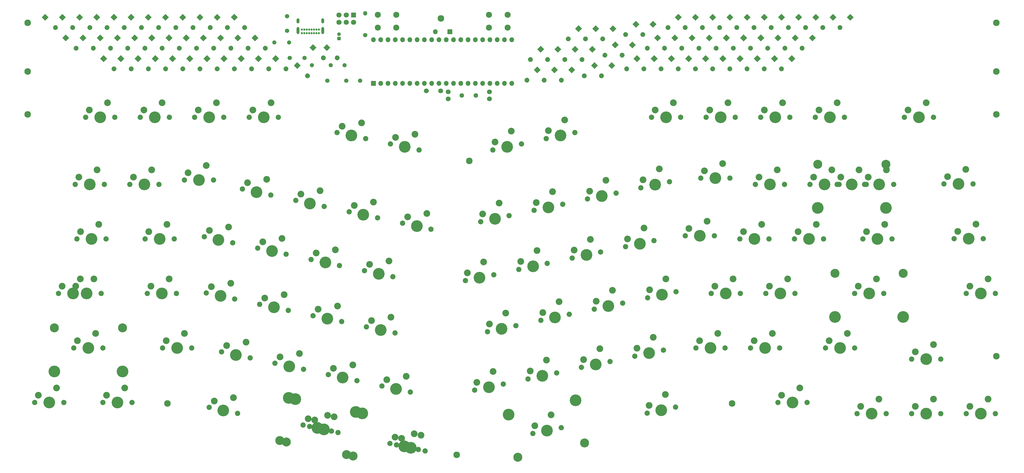
<source format=gbs>
G04 #@! TF.GenerationSoftware,KiCad,Pcbnew,(5.1.6)-1*
G04 #@! TF.CreationDate,2020-07-26T17:49:23-05:00*
G04 #@! TF.ProjectId,Bonsai,426f6e73-6169-42e6-9b69-6361645f7063,rev?*
G04 #@! TF.SameCoordinates,Original*
G04 #@! TF.FileFunction,Soldermask,Bot*
G04 #@! TF.FilePolarity,Negative*
%FSLAX46Y46*%
G04 Gerber Fmt 4.6, Leading zero omitted, Abs format (unit mm)*
G04 Created by KiCad (PCBNEW (5.1.6)-1) date 2020-07-26 17:49:23*
%MOMM*%
%LPD*%
G01*
G04 APERTURE LIST*
%ADD10C,0.750000*%
%ADD11O,1.000000X2.500000*%
%ADD12O,1.000000X1.800000*%
%ADD13C,2.300000*%
%ADD14R,1.700000X1.700000*%
%ADD15O,1.700000X1.700000*%
%ADD16C,2.350000*%
%ADD17C,4.087800*%
%ADD18C,1.850000*%
%ADD19C,1.500000*%
%ADD20C,3.148000*%
%ADD21C,0.100000*%
%ADD22C,1.600000*%
%ADD23C,2.100000*%
%ADD24O,1.500000X1.500000*%
%ADD25R,1.800000X1.800000*%
%ADD26C,1.800000*%
%ADD27C,1.700000*%
%ADD28R,1.300000X1.300000*%
%ADD29C,1.300000*%
G04 APERTURE END LIST*
D10*
G04 #@! TO.C,USB1*
X131201796Y-81917569D03*
X132901796Y-81917569D03*
X132051796Y-81917569D03*
X130351796Y-81917569D03*
X129501796Y-81917569D03*
X128651796Y-81917569D03*
X127801796Y-81917569D03*
X126951796Y-81917569D03*
X132901796Y-80592569D03*
X132046796Y-80592569D03*
X131196796Y-80592569D03*
X130346796Y-80592569D03*
X129496796Y-80592569D03*
X128646796Y-80592569D03*
X127796796Y-80592569D03*
X126946796Y-80592569D03*
D11*
X134251796Y-80937569D03*
X125601796Y-80937569D03*
D12*
X134251796Y-77557569D03*
X125601796Y-77557569D03*
G04 #@! TD*
D13*
G04 #@! TO.C,H12*
X369290356Y-95233129D03*
G04 #@! TD*
G04 #@! TO.C,H11*
X369290357Y-78233129D03*
G04 #@! TD*
G04 #@! TO.C,H10*
X175495216Y-76733130D03*
G04 #@! TD*
G04 #@! TO.C,H9*
X31290355Y-95233129D03*
G04 #@! TD*
G04 #@! TO.C,H8*
X31290357Y-78233129D03*
G04 #@! TD*
G04 #@! TO.C,H7*
X277031717Y-211233130D03*
G04 #@! TD*
G04 #@! TO.C,H6*
X369290355Y-194724049D03*
G04 #@! TD*
G04 #@! TO.C,H5*
X369290358Y-110233129D03*
G04 #@! TD*
G04 #@! TO.C,H4*
X180984155Y-229233129D03*
G04 #@! TD*
G04 #@! TO.C,H3*
X185401216Y-126527589D03*
G04 #@! TD*
G04 #@! TO.C,H2*
X80057255Y-211233130D03*
G04 #@! TD*
G04 #@! TO.C,H1*
X31290356Y-110233131D03*
G04 #@! TD*
D14*
G04 #@! TO.C,U1*
X151926186Y-99390349D03*
D15*
X200186186Y-84150349D03*
X154466186Y-99390349D03*
X197646186Y-84150349D03*
X157006186Y-99390349D03*
X195106186Y-84150349D03*
X159546186Y-99390349D03*
X192566186Y-84150349D03*
X162086186Y-99390349D03*
X190026186Y-84150349D03*
X164626186Y-99390349D03*
X187486186Y-84150349D03*
X167166186Y-99390349D03*
X184946186Y-84150349D03*
X169706186Y-99390349D03*
X182406186Y-84150349D03*
X172246186Y-99390349D03*
X179866186Y-84150349D03*
X174786186Y-99390349D03*
X177326186Y-84150349D03*
X177326186Y-99390349D03*
X174786186Y-84150349D03*
X179866186Y-99390349D03*
X172246186Y-84150349D03*
X182406186Y-99390349D03*
X169706186Y-84150349D03*
X184946186Y-99390349D03*
X167166186Y-84150349D03*
X187486186Y-99390349D03*
X164626186Y-84150349D03*
X190026186Y-99390349D03*
X162086186Y-84150349D03*
X192566186Y-99390349D03*
X159546186Y-84150349D03*
X195106186Y-99390349D03*
X157006186Y-84150349D03*
X197646186Y-99390349D03*
X154466186Y-84150349D03*
X200186186Y-99390349D03*
X151926186Y-84150349D03*
G04 #@! TD*
D16*
G04 #@! TO.C,SW_RCTRL1*
X300653347Y-205823969D03*
D17*
X298113347Y-210903969D03*
D16*
X294303347Y-208363969D03*
D18*
X293033347Y-210903969D03*
X303193347Y-210903969D03*
G04 #@! TD*
D19*
G04 #@! TO.C,R4*
X127890166Y-90502888D03*
G36*
G01*
X123032342Y-85645064D02*
X123032342Y-85645064D01*
G75*
G02*
X121971682Y-85645064I-530330J530330D01*
G01*
X121971682Y-85645064D01*
G75*
G02*
X121971682Y-84584404I530330J530330D01*
G01*
X121971682Y-84584404D01*
G75*
G02*
X123032342Y-84584404I530330J-530330D01*
G01*
X123032342Y-84584404D01*
G75*
G02*
X123032342Y-85645064I-530330J-530330D01*
G01*
G37*
G04 #@! TD*
D16*
G04 #@! TO.C,SW_LSPC2*
X135892330Y-215379078D03*
D17*
X132351644Y-219819972D03*
D16*
X129152997Y-216543334D03*
D18*
X127382654Y-218763781D03*
X137320634Y-220876163D03*
D20*
X119253311Y-224176884D03*
X142545451Y-229127782D03*
D17*
X122421885Y-209269915D03*
X145714025Y-214220812D03*
G04 #@! TD*
D16*
G04 #@! TO.C,SW_LALT1*
X103092071Y-209226596D03*
D17*
X99551385Y-213667490D03*
D16*
X96352738Y-210390852D03*
D18*
X94582395Y-212611299D03*
X104520375Y-214723681D03*
G04 #@! TD*
D16*
G04 #@! TO.C,SW_FN2*
X166188794Y-221818793D03*
D17*
X162648108Y-226259687D03*
D16*
X159449461Y-222983049D03*
D18*
X157679118Y-225203496D03*
X167617098Y-227315878D03*
G04 #@! TD*
D16*
G04 #@! TO.C,SW_CPLKSTPD1*
X49658167Y-167725288D03*
D17*
X47118167Y-172805288D03*
D16*
X43308167Y-170265288D03*
D18*
X42038167Y-172805288D03*
X52198167Y-172805288D03*
G04 #@! TD*
D16*
G04 #@! TO.C,SW_BKSP12*
X330888166Y-129625291D03*
D17*
X328348166Y-134705291D03*
D16*
X324538166Y-132165291D03*
D18*
X323268166Y-134705291D03*
X333428166Y-134705291D03*
G04 #@! TD*
D16*
G04 #@! TO.C,SW_BKSP11*
X311838165Y-129625289D03*
D17*
X309298165Y-134705289D03*
D16*
X305488165Y-132165289D03*
D18*
X304218165Y-134705289D03*
X314378165Y-134705289D03*
G04 #@! TD*
G04 #@! TO.C,D84*
G36*
G01*
X309313859Y-79304378D02*
X309313859Y-79304378D01*
G75*
G02*
X309313859Y-80506460I-601041J-601041D01*
G01*
X309313859Y-80506460D01*
G75*
G02*
X308111777Y-80506460I-601041J601041D01*
G01*
X308111777Y-80506460D01*
G75*
G02*
X308111777Y-79304378I601041J601041D01*
G01*
X308111777Y-79304378D01*
G75*
G02*
X309313859Y-79304378I601041J-601041D01*
G01*
G37*
D21*
G36*
X312304920Y-75111235D02*
G01*
X313507002Y-76313317D01*
X312304920Y-77515399D01*
X311102838Y-76313317D01*
X312304920Y-75111235D01*
G37*
G04 #@! TD*
D16*
G04 #@! TO.C,SW_P1*
X268377565Y-147594469D03*
D17*
X265837565Y-152674469D03*
D16*
X262027565Y-150134469D03*
D18*
X260757565Y-152674469D03*
X270917565Y-152674469D03*
G04 #@! TD*
D16*
G04 #@! TO.C,SW_10*
X251660012Y-129314904D03*
D17*
X250231708Y-134811990D03*
D16*
X245976870Y-133119639D03*
D18*
X245262718Y-135868181D03*
X255200698Y-133755799D03*
G04 #@! TD*
D16*
G04 #@! TO.C,SW_ENT1*
X327418166Y-167725289D03*
D17*
X324878166Y-172805289D03*
D16*
X321068166Y-170265289D03*
D18*
X319798166Y-172805289D03*
X329958166Y-172805289D03*
D20*
X312971916Y-165820289D03*
X336784416Y-165820289D03*
D17*
X312971916Y-181060289D03*
X336784416Y-181060289D03*
G04 #@! TD*
D22*
G04 #@! TO.C,Y1*
X187653826Y-103624531D03*
X182773826Y-103624531D03*
G04 #@! TD*
D16*
G04 #@! TO.C,SW_|1*
X330298167Y-148675289D03*
D17*
X327758167Y-153755289D03*
D16*
X323948167Y-151215289D03*
D18*
X322678167Y-153755289D03*
X332838167Y-153755289D03*
G04 #@! TD*
D16*
G04 #@! TO.C,SW_Z1*
X85968166Y-186775289D03*
D17*
X83428166Y-191855289D03*
D16*
X79618166Y-189315289D03*
D18*
X78348166Y-191855289D03*
X88508166Y-191855289D03*
G04 #@! TD*
D16*
G04 #@! TO.C,SW_Y1*
X190398874Y-161807055D03*
D17*
X188970570Y-167304141D03*
D16*
X184715732Y-165611790D03*
D18*
X184001580Y-168360332D03*
X193939560Y-166247950D03*
G04 #@! TD*
D16*
G04 #@! TO.C,SW_X1*
X107463771Y-189860855D03*
D17*
X103923085Y-194301749D03*
D16*
X100724438Y-191025111D03*
D18*
X98954095Y-193245558D03*
X108892075Y-195357940D03*
G04 #@! TD*
D16*
G04 #@! TO.C,SW_WIN1*
X65162327Y-205826510D03*
D17*
X62622327Y-210906510D03*
D16*
X58812327Y-208366510D03*
D18*
X57542327Y-210906510D03*
X67702327Y-210906510D03*
G04 #@! TD*
D16*
G04 #@! TO.C,SW_W1*
X101413772Y-149620856D03*
D17*
X97873086Y-154061750D03*
D16*
X94674439Y-150785112D03*
D18*
X92904096Y-153005559D03*
X102842076Y-155117941D03*
G04 #@! TD*
D16*
G04 #@! TO.C,SW_V1*
X144731196Y-197782291D03*
D17*
X141190510Y-202223185D03*
D16*
X137991863Y-198946547D03*
D18*
X136221520Y-201166994D03*
X146159500Y-203279376D03*
G04 #@! TD*
D16*
G04 #@! TO.C,SW_UP1*
X347374106Y-190660169D03*
D17*
X344834106Y-195740169D03*
D16*
X341024106Y-193200169D03*
D18*
X339754106Y-195740169D03*
X349914106Y-195740169D03*
G04 #@! TD*
D16*
G04 #@! TO.C,SW_U1*
X209032585Y-157846339D03*
D17*
X207604281Y-163343425D03*
D16*
X203349443Y-161651074D03*
D18*
X202635291Y-164399616D03*
X212573271Y-162287234D03*
G04 #@! TD*
D16*
G04 #@! TO.C,SW_TAB1*
X56108167Y-148675290D03*
D17*
X53568167Y-153755290D03*
D16*
X49758167Y-151215290D03*
D18*
X48488167Y-153755290D03*
X58648167Y-153755290D03*
G04 #@! TD*
D16*
G04 #@! TO.C,SW_T1*
X157314907Y-161503009D03*
D17*
X153774221Y-165943903D03*
D16*
X150575574Y-162667265D03*
D18*
X148805231Y-164887712D03*
X158743211Y-167000094D03*
G04 #@! TD*
D16*
G04 #@! TO.C,SW_SLSH1*
X291108166Y-186775289D03*
D17*
X288568166Y-191855289D03*
D16*
X284758166Y-189315289D03*
D18*
X283488166Y-191855289D03*
X293648166Y-191855289D03*
G04 #@! TD*
D16*
G04 #@! TO.C,SW_SCLN1*
X277418165Y-167725291D03*
D17*
X274878165Y-172805291D03*
D16*
X271068165Y-170265291D03*
D18*
X269798165Y-172805291D03*
X279958165Y-172805291D03*
G04 #@! TD*
D16*
G04 #@! TO.C,SW_S1*
X102113773Y-169250855D03*
D17*
X98573087Y-173691749D03*
D16*
X95374440Y-170415111D03*
D18*
X93604097Y-172635558D03*
X103542077Y-174747940D03*
G04 #@! TD*
D16*
G04 #@! TO.C,SW_RSPC1*
X213923330Y-215231604D03*
D17*
X212495026Y-220728690D03*
D16*
X208240188Y-219036339D03*
D18*
X207526036Y-221784881D03*
X217464016Y-219672499D03*
D20*
X202301219Y-230036500D03*
X225593359Y-225085602D03*
D17*
X199132645Y-215129530D03*
X222424785Y-210178633D03*
G04 #@! TD*
D16*
G04 #@! TO.C,SW_RSHFT1*
X317303167Y-186775288D03*
D17*
X314763167Y-191855288D03*
D16*
X310953167Y-189315288D03*
D18*
X309683167Y-191855288D03*
X319843167Y-191855288D03*
G04 #@! TD*
G04 #@! TO.C,SW_RGHT1*
X368964105Y-214790170D03*
X358804105Y-214790170D03*
D16*
X360074105Y-212250170D03*
D17*
X363884105Y-214790170D03*
D16*
X366424105Y-209710170D03*
G04 #@! TD*
G04 #@! TO.C,SW_RALT1*
X253793711Y-208096745D03*
D17*
X252365407Y-213593831D03*
D16*
X248110569Y-211901480D03*
D18*
X247396417Y-214650022D03*
X257334397Y-212537640D03*
G04 #@! TD*
D16*
G04 #@! TO.C,SW_R1*
X138681193Y-157542290D03*
D17*
X135140507Y-161983184D03*
D16*
X131941860Y-158706546D03*
D18*
X130171517Y-160926993D03*
X140109497Y-163039375D03*
G04 #@! TD*
D16*
G04 #@! TO.C,SW_Q1*
X79918165Y-148675288D03*
D17*
X77378165Y-153755288D03*
D16*
X73568165Y-151215288D03*
D18*
X72298165Y-153755288D03*
X82458165Y-153755288D03*
G04 #@! TD*
D16*
G04 #@! TO.C,SW_PRD1*
X272058165Y-186775289D03*
D17*
X269518165Y-191855289D03*
D16*
X265708165Y-189315289D03*
D18*
X264438165Y-191855289D03*
X274598165Y-191855289D03*
G04 #@! TD*
D16*
G04 #@! TO.C,SW_PLUS1*
X292788167Y-129625290D03*
D17*
X290248167Y-134705290D03*
D16*
X286438167Y-132165290D03*
D18*
X285168167Y-134705290D03*
X295328167Y-134705290D03*
G04 #@! TD*
D16*
G04 #@! TO.C,SW_O1*
X246300010Y-149924903D03*
D17*
X244871706Y-155421989D03*
D16*
X240616868Y-153729638D03*
D18*
X239902716Y-156478180D03*
X249840696Y-154365798D03*
G04 #@! TD*
D16*
G04 #@! TO.C,SW_N1*
X212292585Y-196106339D03*
D17*
X210864281Y-201603425D03*
D16*
X206609443Y-199911074D03*
D18*
X205895291Y-202659616D03*
X215833271Y-200547234D03*
G04 #@! TD*
D16*
G04 #@! TO.C,SW_M4*
X366424105Y-167725290D03*
D17*
X363884105Y-172805290D03*
D16*
X360074105Y-170265290D03*
D18*
X358804105Y-172805290D03*
X368964105Y-172805290D03*
G04 #@! TD*
D16*
G04 #@! TO.C,SW_M5*
X230921217Y-192117680D03*
D17*
X229492913Y-197614766D03*
D16*
X225238075Y-195922415D03*
D18*
X224523923Y-198670957D03*
X234461903Y-196558575D03*
G04 #@! TD*
D16*
G04 #@! TO.C,SW_M3*
X362144206Y-148564750D03*
D17*
X359604206Y-153644750D03*
D16*
X355794206Y-151104750D03*
D18*
X354524206Y-153644750D03*
X364684206Y-153644750D03*
G04 #@! TD*
D16*
G04 #@! TO.C,SW_M2*
X358613605Y-129484269D03*
D17*
X356073605Y-134564269D03*
D16*
X352263605Y-132024269D03*
D18*
X350993605Y-134564269D03*
X361153605Y-134564269D03*
G04 #@! TD*
D16*
G04 #@! TO.C,SW_M1*
X344778227Y-106174689D03*
D17*
X342238227Y-111254689D03*
D16*
X338428227Y-108714689D03*
D18*
X337158227Y-111254689D03*
X347318227Y-111254689D03*
G04 #@! TD*
D16*
G04 #@! TO.C,SW_LSPC1*
X138183774Y-215870855D03*
D17*
X134643088Y-220311749D03*
D16*
X131444441Y-217035111D03*
D18*
X129674098Y-219255558D03*
X139612078Y-221367940D03*
D20*
X121544755Y-224668661D03*
X144836895Y-229619559D03*
D17*
X124713329Y-209761692D03*
X148005469Y-214712589D03*
G04 #@! TD*
D16*
G04 #@! TO.C,SW_LSHFT1*
X55018165Y-186775288D03*
D17*
X52478165Y-191855288D03*
D16*
X48668165Y-189315288D03*
D18*
X47398165Y-191855288D03*
X57558165Y-191855288D03*
D20*
X40571915Y-184870288D03*
X64384415Y-184870288D03*
D17*
X40571915Y-200110288D03*
X64384415Y-200110288D03*
G04 #@! TD*
D16*
G04 #@! TO.C,SW_LEFT1*
X328324105Y-209710168D03*
D17*
X325784105Y-214790168D03*
D16*
X321974105Y-212250168D03*
D18*
X320704105Y-214790168D03*
X330864105Y-214790168D03*
G04 #@! TD*
D16*
G04 #@! TO.C,SW_LCTRL1*
X41349826Y-205826508D03*
D17*
X38809826Y-210906508D03*
D16*
X34999826Y-208366508D03*
D18*
X33729826Y-210906508D03*
X43889826Y-210906508D03*
G04 #@! TD*
D16*
G04 #@! TO.C,SW_L1*
X253990369Y-167767944D03*
D17*
X252562065Y-173265030D03*
D16*
X248307227Y-171572679D03*
D18*
X247593075Y-174321221D03*
X257531055Y-172208839D03*
G04 #@! TD*
D16*
G04 #@! TO.C,SW_K1*
X235356658Y-171728661D03*
D17*
X233928354Y-177225747D03*
D16*
X229673516Y-175533396D03*
D18*
X228959364Y-178281938D03*
X238897344Y-176169556D03*
G04 #@! TD*
D16*
G04 #@! TO.C,SW_J1*
X216722949Y-175689379D03*
D17*
X215294645Y-181186465D03*
D16*
X211039807Y-179494114D03*
D18*
X210325655Y-182242656D03*
X220263635Y-180130274D03*
G04 #@! TD*
D16*
G04 #@! TO.C,SW_I1*
X227666299Y-153885619D03*
D17*
X226237995Y-159382705D03*
D16*
X221983157Y-157690354D03*
D18*
X221269005Y-160438896D03*
X231206985Y-158326514D03*
G04 #@! TD*
D16*
G04 #@! TO.C,SW_H1*
X198089235Y-179650096D03*
D17*
X196660931Y-185147182D03*
D16*
X192406093Y-183454831D03*
D18*
X191691941Y-186203373D03*
X201629921Y-184090991D03*
G04 #@! TD*
D16*
G04 #@! TO.C,SW_G1*
X158014906Y-181133007D03*
D17*
X154474220Y-185573901D03*
D16*
X151275573Y-182297263D03*
D18*
X149505230Y-184517710D03*
X159443210Y-186630092D03*
G04 #@! TD*
D16*
G04 #@! TO.C,SW_FN1*
X168503772Y-222310854D03*
D17*
X164963086Y-226751748D03*
D16*
X161764439Y-223475110D03*
D18*
X159994096Y-225695557D03*
X169932076Y-227807939D03*
G04 #@! TD*
D16*
G04 #@! TO.C,SW_F13*
X139381195Y-177172290D03*
D17*
X135840509Y-181613184D03*
D16*
X132641862Y-178336546D03*
D18*
X130871519Y-180556993D03*
X140809499Y-182669375D03*
G04 #@! TD*
D16*
G04 #@! TO.C,SW_F12*
X313764826Y-106174689D03*
D17*
X311224826Y-111254689D03*
D16*
X307414826Y-108714689D03*
D18*
X306144826Y-111254689D03*
X316304826Y-111254689D03*
G04 #@! TD*
D16*
G04 #@! TO.C,SW_F11*
X294714825Y-106174689D03*
D17*
X292174825Y-111254689D03*
D16*
X288364825Y-108714689D03*
D18*
X287094825Y-111254689D03*
X297254825Y-111254689D03*
G04 #@! TD*
D16*
G04 #@! TO.C,SW_F10*
X275664827Y-106174689D03*
D17*
X273124827Y-111254689D03*
D16*
X269314827Y-108714689D03*
D18*
X268044827Y-111254689D03*
X278204827Y-111254689D03*
G04 #@! TD*
D16*
G04 #@! TO.C,SW_F9*
X256614827Y-106174689D03*
D17*
X254074827Y-111254689D03*
D16*
X250264827Y-108714689D03*
D18*
X248994827Y-111254689D03*
X259154827Y-111254689D03*
G04 #@! TD*
D16*
G04 #@! TO.C,SW_F8*
X218642652Y-112145704D03*
D17*
X217214348Y-117642790D03*
D16*
X212959510Y-115950439D03*
D18*
X212245358Y-118698981D03*
X222183338Y-116586599D03*
G04 #@! TD*
D16*
G04 #@! TO.C,SW_F7*
X200009210Y-116105562D03*
D17*
X198580906Y-121602648D03*
D16*
X194326068Y-119910297D03*
D18*
X193611916Y-122658839D03*
X203549896Y-120546457D03*
G04 #@! TD*
D16*
G04 #@! TO.C,SW_F6*
X166404113Y-117156677D03*
D17*
X162863427Y-121597571D03*
D16*
X159664780Y-118320933D03*
D18*
X157894437Y-120541380D03*
X167832417Y-122653762D03*
G04 #@! TD*
D16*
G04 #@! TO.C,SW_F5*
X147770673Y-113194277D03*
D17*
X144229987Y-117635171D03*
D16*
X141031340Y-114358533D03*
D18*
X139260997Y-116578980D03*
X149198977Y-118691362D03*
G04 #@! TD*
D16*
G04 #@! TO.C,SW_F4*
X116241725Y-106174689D03*
D17*
X113701725Y-111254689D03*
D16*
X109891725Y-108714689D03*
D18*
X108621725Y-111254689D03*
X118781725Y-111254689D03*
G04 #@! TD*
D16*
G04 #@! TO.C,SW_F3*
X97191726Y-106174689D03*
D17*
X94651726Y-111254689D03*
D16*
X90841726Y-108714689D03*
D18*
X89571726Y-111254689D03*
X99731726Y-111254689D03*
G04 #@! TD*
D16*
G04 #@! TO.C,SW_F2*
X78162045Y-106174691D03*
D17*
X75622045Y-111254691D03*
D16*
X71812045Y-108714691D03*
D18*
X70542045Y-111254691D03*
X80702045Y-111254691D03*
G04 #@! TD*
D16*
G04 #@! TO.C,SW_F1*
X59112047Y-106174690D03*
D17*
X56572047Y-111254690D03*
D16*
X52762047Y-108714690D03*
D18*
X51492047Y-111254690D03*
X61652047Y-111254690D03*
G04 #@! TD*
D16*
G04 #@! TO.C,SW_ESC1*
X55508165Y-129625287D03*
D17*
X52968165Y-134705287D03*
D16*
X49158165Y-132165287D03*
D18*
X47888165Y-134705287D03*
X58048165Y-134705287D03*
G04 #@! TD*
D16*
G04 #@! TO.C,SW_E1*
X120047482Y-153581573D03*
D17*
X116506796Y-158022467D03*
D16*
X113308149Y-154745829D03*
D18*
X111537806Y-156966276D03*
X121475786Y-159078658D03*
G04 #@! TD*
D16*
G04 #@! TO.C,SW_DOWN1*
X347374106Y-209710169D03*
D17*
X344834106Y-214790169D03*
D16*
X341024106Y-212250169D03*
D18*
X339754106Y-214790169D03*
X349914106Y-214790169D03*
G04 #@! TD*
D16*
G04 #@! TO.C,SW_DASH1*
X273731886Y-127467509D03*
D17*
X271191886Y-132547509D03*
D16*
X267381886Y-130007509D03*
D18*
X266111886Y-132547509D03*
X276271886Y-132547509D03*
G04 #@! TD*
D16*
G04 #@! TO.C,SW_D1*
X120747483Y-173211574D03*
D17*
X117206797Y-177652468D03*
D16*
X114008150Y-174375830D03*
D18*
X112237807Y-176596277D03*
X122175787Y-178708659D03*
G04 #@! TD*
D16*
G04 #@! TO.C,SW_CPLK1*
X54420486Y-167725290D03*
D17*
X51880486Y-172805290D03*
D16*
X48070486Y-170265290D03*
D18*
X46800486Y-172805290D03*
X56960486Y-172805290D03*
G04 #@! TD*
D16*
G04 #@! TO.C,SW_COMMA1*
X249554929Y-188156963D03*
D17*
X248126625Y-193654049D03*
D16*
X243871787Y-191961698D03*
D18*
X243157635Y-194710240D03*
X253095615Y-192597858D03*
G04 #@! TD*
D16*
G04 #@! TO.C,SW_C1*
X126097482Y-193821571D03*
D17*
X122556796Y-198262465D03*
D16*
X119358149Y-194985827D03*
D18*
X117587806Y-197206274D03*
X127525786Y-199318656D03*
G04 #@! TD*
D16*
G04 #@! TO.C,SW_BKSP1*
X321363166Y-129625290D03*
D17*
X318823166Y-134705290D03*
D16*
X315013166Y-132165290D03*
D18*
X313743166Y-134705290D03*
X323903166Y-134705290D03*
D20*
X306916916Y-127720290D03*
X330729416Y-127720290D03*
D17*
X306916916Y-142960290D03*
X330729416Y-142960290D03*
G04 #@! TD*
D16*
G04 #@! TO.C,SW_B_RIGHT1*
X193658874Y-200067056D03*
D17*
X192230570Y-205564142D03*
D16*
X187975732Y-203871791D03*
D18*
X187261580Y-206620333D03*
X197199560Y-204507951D03*
G04 #@! TD*
D16*
G04 #@! TO.C,SW_B_LEFT1*
X163364906Y-201743008D03*
D17*
X159824220Y-206183902D03*
D16*
X156625573Y-202907264D03*
D18*
X154855230Y-205127711D03*
X164793210Y-207240093D03*
G04 #@! TD*
D16*
G04 #@! TO.C,SW_APST1*
X296468167Y-167725291D03*
D17*
X293928167Y-172805291D03*
D16*
X290118167Y-170265291D03*
D18*
X288848167Y-172805291D03*
X299008167Y-172805291D03*
G04 #@! TD*
D16*
G04 #@! TO.C,SW_A1*
X80618167Y-167725288D03*
D17*
X78078167Y-172805288D03*
D16*
X74268167Y-170265288D03*
D18*
X72998167Y-172805288D03*
X83158167Y-172805288D03*
G04 #@! TD*
D16*
G04 #@! TO.C,SW_]1*
X306478165Y-148675289D03*
D17*
X303938165Y-153755289D03*
D16*
X300128165Y-151215289D03*
D18*
X298858165Y-153755289D03*
X309018165Y-153755289D03*
G04 #@! TD*
D16*
G04 #@! TO.C,SW_[1*
X287428167Y-148675286D03*
D17*
X284888167Y-153755286D03*
D16*
X281078167Y-151215286D03*
D18*
X279808167Y-153755286D03*
X289968167Y-153755286D03*
G04 #@! TD*
D16*
G04 #@! TO.C,SW_9*
X233026300Y-133275621D03*
D17*
X231597996Y-138772707D03*
D16*
X227343158Y-137080356D03*
D18*
X226629006Y-139828898D03*
X236566986Y-137716516D03*
G04 #@! TD*
D16*
G04 #@! TO.C,SW_8*
X214392585Y-137236338D03*
D17*
X212964281Y-142733424D03*
D16*
X208709443Y-141041073D03*
D18*
X207995291Y-143789615D03*
X217933271Y-141677233D03*
G04 #@! TD*
D16*
G04 #@! TO.C,SW_7*
X195758874Y-141197055D03*
D17*
X194330570Y-146694141D03*
D16*
X190075732Y-145001790D03*
D18*
X189361580Y-147750332D03*
X199299560Y-145637950D03*
G04 #@! TD*
D16*
G04 #@! TO.C,SW_6*
X170592573Y-144850294D03*
D17*
X167051887Y-149291188D03*
D16*
X163853240Y-146014550D03*
D18*
X162082897Y-148234997D03*
X172020877Y-150347379D03*
G04 #@! TD*
D16*
G04 #@! TO.C,SW_5*
X151961195Y-140892290D03*
D17*
X148420509Y-145333184D03*
D16*
X145221862Y-142056546D03*
D18*
X143451519Y-144276993D03*
X153389499Y-146389375D03*
G04 #@! TD*
D16*
G04 #@! TO.C,SW_4*
X133327482Y-136931572D03*
D17*
X129786796Y-141372466D03*
D16*
X126588149Y-138095828D03*
D18*
X124817806Y-140316275D03*
X134755786Y-142428657D03*
G04 #@! TD*
D16*
G04 #@! TO.C,SW_3*
X114693773Y-132970855D03*
D17*
X111153087Y-137411749D03*
D16*
X107954440Y-134135111D03*
D18*
X106184097Y-136355558D03*
X116122077Y-138467940D03*
G04 #@! TD*
D16*
G04 #@! TO.C,SW_2*
X93607786Y-128107590D03*
D17*
X91067786Y-133187590D03*
D16*
X87257786Y-130647590D03*
D18*
X85987786Y-133187590D03*
X96147786Y-133187590D03*
G04 #@! TD*
D16*
G04 #@! TO.C,SW_1*
X74558165Y-129625288D03*
D17*
X72018165Y-134705288D03*
D16*
X68208165Y-132165288D03*
D18*
X66938165Y-134705288D03*
X77098165Y-134705288D03*
G04 #@! TD*
D23*
G04 #@! TO.C,RESET1*
X159920975Y-75458471D03*
X159920975Y-79958471D03*
X153420975Y-75458471D03*
X153420975Y-79958471D03*
G04 #@! TD*
D19*
G04 #@! TO.C,R6*
X149022966Y-82578089D03*
D24*
X149022966Y-74958089D03*
G04 #@! TD*
D19*
G04 #@! TO.C,R5*
X122733966Y-90502888D03*
G36*
G01*
X117876142Y-85645064D02*
X117876142Y-85645064D01*
G75*
G02*
X116815482Y-85645064I-530330J530330D01*
G01*
X116815482Y-85645064D01*
G75*
G02*
X116815482Y-84584404I530330J530330D01*
G01*
X116815482Y-84584404D01*
G75*
G02*
X117876142Y-84584404I530330J-530330D01*
G01*
X117876142Y-84584404D01*
G75*
G02*
X117876142Y-85645064I-530330J-530330D01*
G01*
G37*
G04 #@! TD*
G04 #@! TO.C,R3*
X142418966Y-98453089D03*
G36*
G01*
X137561142Y-93595265D02*
X137561142Y-93595265D01*
G75*
G02*
X136500482Y-93595265I-530330J530330D01*
G01*
X136500482Y-93595265D01*
G75*
G02*
X136500482Y-92534605I530330J530330D01*
G01*
X136500482Y-92534605D01*
G75*
G02*
X137561142Y-92534605I530330J-530330D01*
G01*
X137561142Y-92534605D01*
G75*
G02*
X137561142Y-93595265I-530330J-530330D01*
G01*
G37*
G04 #@! TD*
G04 #@! TO.C,R2*
X147244966Y-98453091D03*
G36*
G01*
X142387142Y-93595267D02*
X142387142Y-93595267D01*
G75*
G02*
X141326482Y-93595267I-530330J530330D01*
G01*
X141326482Y-93595267D01*
G75*
G02*
X141326482Y-92534607I530330J530330D01*
G01*
X141326482Y-92534607D01*
G75*
G02*
X142387142Y-92534607I530330J-530330D01*
G01*
X142387142Y-92534607D01*
G75*
G02*
X142387142Y-93595267I-530330J-530330D01*
G01*
G37*
G04 #@! TD*
G04 #@! TO.C,R1*
X135840366Y-98453090D03*
G36*
G01*
X130982542Y-93595266D02*
X130982542Y-93595266D01*
G75*
G02*
X129921882Y-93595266I-530330J530330D01*
G01*
X129921882Y-93595266D01*
G75*
G02*
X129921882Y-92534606I530330J530330D01*
G01*
X129921882Y-92534606D01*
G75*
G02*
X130982542Y-92534606I530330J-530330D01*
G01*
X130982542Y-92534606D01*
G75*
G02*
X130982542Y-93595266I-530330J-530330D01*
G01*
G37*
G04 #@! TD*
D25*
G04 #@! TO.C,J1*
X144969127Y-75534669D03*
D26*
X144969127Y-78074669D03*
X142429127Y-75534669D03*
X142429127Y-78074669D03*
X139889127Y-75534669D03*
X139889127Y-78074669D03*
G04 #@! TD*
D19*
G04 #@! TO.C,F1*
X121766226Y-75923451D03*
X121766226Y-81023451D03*
G04 #@! TD*
G04 #@! TO.C,D83*
G36*
G01*
X133862052Y-89896176D02*
X133862052Y-89896176D01*
G75*
G02*
X135064134Y-89896176I601041J-601041D01*
G01*
X135064134Y-89896176D01*
G75*
G02*
X135064134Y-91098258I-601041J-601041D01*
G01*
X135064134Y-91098258D01*
G75*
G02*
X133862052Y-91098258I-601041J601041D01*
G01*
X133862052Y-91098258D01*
G75*
G02*
X133862052Y-89896176I601041J601041D01*
G01*
G37*
D21*
G36*
X129668909Y-86905115D02*
G01*
X130870991Y-85703033D01*
X132073073Y-86905115D01*
X130870991Y-88107197D01*
X129668909Y-86905115D01*
G37*
G04 #@! TD*
G04 #@! TO.C,D82*
G36*
G01*
X138688052Y-89896177D02*
X138688052Y-89896177D01*
G75*
G02*
X139890134Y-89896177I601041J-601041D01*
G01*
X139890134Y-89896177D01*
G75*
G02*
X139890134Y-91098259I-601041J-601041D01*
G01*
X139890134Y-91098259D01*
G75*
G02*
X138688052Y-91098259I-601041J601041D01*
G01*
X138688052Y-91098259D01*
G75*
G02*
X138688052Y-89896177I601041J601041D01*
G01*
G37*
G36*
X134494909Y-86905116D02*
G01*
X135696991Y-85703034D01*
X136899073Y-86905116D01*
X135696991Y-88107198D01*
X134494909Y-86905116D01*
G37*
G04 #@! TD*
G04 #@! TO.C,D81*
G36*
G01*
X219304939Y-90478477D02*
X219304939Y-90478477D01*
G75*
G02*
X219304939Y-91680559I-601041J-601041D01*
G01*
X219304939Y-91680559D01*
G75*
G02*
X218102857Y-91680559I-601041J601041D01*
G01*
X218102857Y-91680559D01*
G75*
G02*
X218102857Y-90478477I601041J601041D01*
G01*
X218102857Y-90478477D01*
G75*
G02*
X219304939Y-90478477I601041J-601041D01*
G01*
G37*
G36*
X222296000Y-86285334D02*
G01*
X223498082Y-87487416D01*
X222296000Y-88689498D01*
X221093918Y-87487416D01*
X222296000Y-86285334D01*
G37*
G04 #@! TD*
G04 #@! TO.C,D80*
G36*
G01*
X239304940Y-88956376D02*
X239304940Y-88956376D01*
G75*
G02*
X239304940Y-90158458I-601041J-601041D01*
G01*
X239304940Y-90158458D01*
G75*
G02*
X238102858Y-90158458I-601041J601041D01*
G01*
X238102858Y-90158458D01*
G75*
G02*
X238102858Y-88956376I601041J601041D01*
G01*
X238102858Y-88956376D01*
G75*
G02*
X239304940Y-88956376I601041J-601041D01*
G01*
G37*
G36*
X242296001Y-84763233D02*
G01*
X243498083Y-85965315D01*
X242296001Y-87167397D01*
X241093919Y-85965315D01*
X242296001Y-84763233D01*
G37*
G04 #@! TD*
G04 #@! TO.C,D79*
G36*
G01*
X232091338Y-96169977D02*
X232091338Y-96169977D01*
G75*
G02*
X232091338Y-97372059I-601041J-601041D01*
G01*
X232091338Y-97372059D01*
G75*
G02*
X230889256Y-97372059I-601041J601041D01*
G01*
X230889256Y-97372059D01*
G75*
G02*
X230889256Y-96169977I601041J601041D01*
G01*
X230889256Y-96169977D01*
G75*
G02*
X232091338Y-96169977I601041J-601041D01*
G01*
G37*
G36*
X235082399Y-91976834D02*
G01*
X236284481Y-93178916D01*
X235082399Y-94380998D01*
X233880317Y-93178916D01*
X235082399Y-91976834D01*
G37*
G04 #@! TD*
G04 #@! TO.C,D78*
G36*
G01*
X285313860Y-79304375D02*
X285313860Y-79304375D01*
G75*
G02*
X285313860Y-80506457I-601041J-601041D01*
G01*
X285313860Y-80506457D01*
G75*
G02*
X284111778Y-80506457I-601041J601041D01*
G01*
X284111778Y-80506457D01*
G75*
G02*
X284111778Y-79304375I601041J601041D01*
G01*
X284111778Y-79304375D01*
G75*
G02*
X285313860Y-79304375I601041J-601041D01*
G01*
G37*
G36*
X288304921Y-75111232D02*
G01*
X289507003Y-76313314D01*
X288304921Y-77515396D01*
X287102839Y-76313314D01*
X288304921Y-75111232D01*
G37*
G04 #@! TD*
G04 #@! TO.C,D77*
G36*
G01*
X315313859Y-79304378D02*
X315313859Y-79304378D01*
G75*
G02*
X315313859Y-80506460I-601041J-601041D01*
G01*
X315313859Y-80506460D01*
G75*
G02*
X314111777Y-80506460I-601041J601041D01*
G01*
X314111777Y-80506460D01*
G75*
G02*
X314111777Y-79304378I601041J601041D01*
G01*
X314111777Y-79304378D01*
G75*
G02*
X315313859Y-79304378I601041J-601041D01*
G01*
G37*
G36*
X318304920Y-75111235D02*
G01*
X319507002Y-76313317D01*
X318304920Y-77515399D01*
X317102838Y-76313317D01*
X318304920Y-75111235D01*
G37*
G04 #@! TD*
G04 #@! TO.C,D76*
G36*
G01*
X226518539Y-83264876D02*
X226518539Y-83264876D01*
G75*
G02*
X226518539Y-84466958I-601041J-601041D01*
G01*
X226518539Y-84466958D01*
G75*
G02*
X225316457Y-84466958I-601041J601041D01*
G01*
X225316457Y-84466958D01*
G75*
G02*
X225316457Y-83264876I601041J601041D01*
G01*
X225316457Y-83264876D01*
G75*
G02*
X226518539Y-83264876I601041J-601041D01*
G01*
G37*
G36*
X229509600Y-79071733D02*
G01*
X230711682Y-80273815D01*
X229509600Y-81475897D01*
X228307518Y-80273815D01*
X229509600Y-79071733D01*
G37*
G04 #@! TD*
G04 #@! TO.C,D75*
G36*
G01*
X246518539Y-81742776D02*
X246518539Y-81742776D01*
G75*
G02*
X246518539Y-82944858I-601041J-601041D01*
G01*
X246518539Y-82944858D01*
G75*
G02*
X245316457Y-82944858I-601041J601041D01*
G01*
X245316457Y-82944858D01*
G75*
G02*
X245316457Y-81742776I601041J601041D01*
G01*
X245316457Y-81742776D01*
G75*
G02*
X246518539Y-81742776I601041J-601041D01*
G01*
G37*
G36*
X249509600Y-77549633D02*
G01*
X250711682Y-78751715D01*
X249509600Y-79953797D01*
X248307518Y-78751715D01*
X249509600Y-77549633D01*
G37*
G04 #@! TD*
G04 #@! TO.C,D74*
G36*
G01*
X264886660Y-93731576D02*
X264886660Y-93731576D01*
G75*
G02*
X264886660Y-94933658I-601041J-601041D01*
G01*
X264886660Y-94933658D01*
G75*
G02*
X263684578Y-94933658I-601041J601041D01*
G01*
X263684578Y-94933658D01*
G75*
G02*
X263684578Y-93731576I601041J601041D01*
G01*
X263684578Y-93731576D01*
G75*
G02*
X264886660Y-93731576I601041J-601041D01*
G01*
G37*
G36*
X267877721Y-89538433D02*
G01*
X269079803Y-90740515D01*
X267877721Y-91942597D01*
X266675639Y-90740515D01*
X267877721Y-89538433D01*
G37*
G04 #@! TD*
G04 #@! TO.C,D73*
G36*
G01*
X290100258Y-86517977D02*
X290100258Y-86517977D01*
G75*
G02*
X290100258Y-87720059I-601041J-601041D01*
G01*
X290100258Y-87720059D01*
G75*
G02*
X288898176Y-87720059I-601041J601041D01*
G01*
X288898176Y-87720059D01*
G75*
G02*
X288898176Y-86517977I601041J601041D01*
G01*
X288898176Y-86517977D01*
G75*
G02*
X290100258Y-86517977I601041J-601041D01*
G01*
G37*
G36*
X293091319Y-82324834D02*
G01*
X294293401Y-83526916D01*
X293091319Y-84728998D01*
X291889237Y-83526916D01*
X293091319Y-82324834D01*
G37*
G04 #@! TD*
G04 #@! TO.C,D72*
G36*
G01*
X206091339Y-97692076D02*
X206091339Y-97692076D01*
G75*
G02*
X206091339Y-98894158I-601041J-601041D01*
G01*
X206091339Y-98894158D01*
G75*
G02*
X204889257Y-98894158I-601041J601041D01*
G01*
X204889257Y-98894158D01*
G75*
G02*
X204889257Y-97692076I601041J601041D01*
G01*
X204889257Y-97692076D01*
G75*
G02*
X206091339Y-97692076I601041J-601041D01*
G01*
G37*
G36*
X209082400Y-93498933D02*
G01*
X210284482Y-94701015D01*
X209082400Y-95903097D01*
X207880318Y-94701015D01*
X209082400Y-93498933D01*
G37*
G04 #@! TD*
G04 #@! TO.C,D71*
G36*
G01*
X226091340Y-96169977D02*
X226091340Y-96169977D01*
G75*
G02*
X226091340Y-97372059I-601041J-601041D01*
G01*
X226091340Y-97372059D01*
G75*
G02*
X224889258Y-97372059I-601041J601041D01*
G01*
X224889258Y-97372059D01*
G75*
G02*
X224889258Y-96169977I601041J601041D01*
G01*
X224889258Y-96169977D01*
G75*
G02*
X226091340Y-96169977I601041J-601041D01*
G01*
G37*
G36*
X229082401Y-91976834D02*
G01*
X230284483Y-93178916D01*
X229082401Y-94380998D01*
X227880319Y-93178916D01*
X229082401Y-91976834D01*
G37*
G04 #@! TD*
G04 #@! TO.C,D70*
G36*
X258304920Y-75111233D02*
G01*
X259507002Y-76313315D01*
X258304920Y-77515397D01*
X257102838Y-76313315D01*
X258304920Y-75111233D01*
G37*
G36*
G01*
X255313859Y-79304376D02*
X255313859Y-79304376D01*
G75*
G02*
X255313859Y-80506458I-601041J-601041D01*
G01*
X255313859Y-80506458D01*
G75*
G02*
X254111777Y-80506458I-601041J601041D01*
G01*
X254111777Y-80506458D01*
G75*
G02*
X254111777Y-79304376I601041J601041D01*
G01*
X254111777Y-79304376D01*
G75*
G02*
X255313859Y-79304376I601041J-601041D01*
G01*
G37*
G04 #@! TD*
G04 #@! TO.C,D69*
G36*
G01*
X272100261Y-86517978D02*
X272100261Y-86517978D01*
G75*
G02*
X272100261Y-87720060I-601041J-601041D01*
G01*
X272100261Y-87720060D01*
G75*
G02*
X270898179Y-87720060I-601041J601041D01*
G01*
X270898179Y-87720060D01*
G75*
G02*
X270898179Y-86517978I601041J601041D01*
G01*
X270898179Y-86517978D01*
G75*
G02*
X272100261Y-86517978I601041J-601041D01*
G01*
G37*
G36*
X275091322Y-82324835D02*
G01*
X276293404Y-83526917D01*
X275091322Y-84728999D01*
X273889240Y-83526917D01*
X275091322Y-82324835D01*
G37*
G04 #@! TD*
G04 #@! TO.C,D68*
G36*
G01*
X297313858Y-79304376D02*
X297313858Y-79304376D01*
G75*
G02*
X297313858Y-80506458I-601041J-601041D01*
G01*
X297313858Y-80506458D01*
G75*
G02*
X296111776Y-80506458I-601041J601041D01*
G01*
X296111776Y-80506458D01*
G75*
G02*
X296111776Y-79304376I601041J601041D01*
G01*
X296111776Y-79304376D01*
G75*
G02*
X297313858Y-79304376I601041J-601041D01*
G01*
G37*
G36*
X300304919Y-75111233D02*
G01*
X301507001Y-76313315D01*
X300304919Y-77515397D01*
X299102837Y-76313315D01*
X300304919Y-75111233D01*
G37*
G04 #@! TD*
G04 #@! TO.C,D67*
G36*
G01*
X302100258Y-86517975D02*
X302100258Y-86517975D01*
G75*
G02*
X302100258Y-87720057I-601041J-601041D01*
G01*
X302100258Y-87720057D01*
G75*
G02*
X300898176Y-87720057I-601041J601041D01*
G01*
X300898176Y-87720057D01*
G75*
G02*
X300898176Y-86517975I601041J601041D01*
G01*
X300898176Y-86517975D01*
G75*
G02*
X302100258Y-86517975I601041J-601041D01*
G01*
G37*
G36*
X305091319Y-82324832D02*
G01*
X306293401Y-83526914D01*
X305091319Y-84728996D01*
X303889237Y-83526914D01*
X305091319Y-82324832D01*
G37*
G04 #@! TD*
G04 #@! TO.C,D66*
G36*
G01*
X213304940Y-90478475D02*
X213304940Y-90478475D01*
G75*
G02*
X213304940Y-91680557I-601041J-601041D01*
G01*
X213304940Y-91680557D01*
G75*
G02*
X212102858Y-91680557I-601041J601041D01*
G01*
X212102858Y-91680557D01*
G75*
G02*
X212102858Y-90478475I601041J601041D01*
G01*
X212102858Y-90478475D01*
G75*
G02*
X213304940Y-90478475I601041J-601041D01*
G01*
G37*
G36*
X216296001Y-86285332D02*
G01*
X217498083Y-87487414D01*
X216296001Y-88689496D01*
X215093919Y-87487414D01*
X216296001Y-86285332D01*
G37*
G04 #@! TD*
G04 #@! TO.C,D65*
G36*
G01*
X233304938Y-88956376D02*
X233304938Y-88956376D01*
G75*
G02*
X233304938Y-90158458I-601041J-601041D01*
G01*
X233304938Y-90158458D01*
G75*
G02*
X232102856Y-90158458I-601041J601041D01*
G01*
X232102856Y-90158458D01*
G75*
G02*
X232102856Y-88956376I601041J601041D01*
G01*
X232102856Y-88956376D01*
G75*
G02*
X233304938Y-88956376I601041J-601041D01*
G01*
G37*
G36*
X236295999Y-84763233D02*
G01*
X237498081Y-85965315D01*
X236295999Y-87167397D01*
X235093917Y-85965315D01*
X236295999Y-84763233D01*
G37*
G04 #@! TD*
G04 #@! TO.C,D64*
G36*
G01*
X248100259Y-86517976D02*
X248100259Y-86517976D01*
G75*
G02*
X248100259Y-87720058I-601041J-601041D01*
G01*
X248100259Y-87720058D01*
G75*
G02*
X246898177Y-87720058I-601041J601041D01*
G01*
X246898177Y-87720058D01*
G75*
G02*
X246898177Y-86517976I601041J601041D01*
G01*
X246898177Y-86517976D01*
G75*
G02*
X248100259Y-86517976I601041J-601041D01*
G01*
G37*
G36*
X251091320Y-82324833D02*
G01*
X252293402Y-83526915D01*
X251091320Y-84728997D01*
X249889238Y-83526915D01*
X251091320Y-82324833D01*
G37*
G04 #@! TD*
G04 #@! TO.C,D63*
G36*
G01*
X279313859Y-79304376D02*
X279313859Y-79304376D01*
G75*
G02*
X279313859Y-80506458I-601041J-601041D01*
G01*
X279313859Y-80506458D01*
G75*
G02*
X278111777Y-80506458I-601041J601041D01*
G01*
X278111777Y-80506458D01*
G75*
G02*
X278111777Y-79304376I601041J601041D01*
G01*
X278111777Y-79304376D01*
G75*
G02*
X279313859Y-79304376I601041J-601041D01*
G01*
G37*
G36*
X282304920Y-75111233D02*
G01*
X283507002Y-76313315D01*
X282304920Y-77515397D01*
X281102838Y-76313315D01*
X282304920Y-75111233D01*
G37*
G04 #@! TD*
G04 #@! TO.C,D62*
G36*
G01*
X276886660Y-93731579D02*
X276886660Y-93731579D01*
G75*
G02*
X276886660Y-94933661I-601041J-601041D01*
G01*
X276886660Y-94933661D01*
G75*
G02*
X275684578Y-94933661I-601041J601041D01*
G01*
X275684578Y-94933661D01*
G75*
G02*
X275684578Y-93731579I601041J601041D01*
G01*
X275684578Y-93731579D01*
G75*
G02*
X276886660Y-93731579I601041J-601041D01*
G01*
G37*
G36*
X279877721Y-89538436D02*
G01*
X281079803Y-90740518D01*
X279877721Y-91942600D01*
X278675639Y-90740518D01*
X279877721Y-89538436D01*
G37*
G04 #@! TD*
G04 #@! TO.C,D61*
G36*
G01*
X294886661Y-93731576D02*
X294886661Y-93731576D01*
G75*
G02*
X294886661Y-94933658I-601041J-601041D01*
G01*
X294886661Y-94933658D01*
G75*
G02*
X293684579Y-94933658I-601041J601041D01*
G01*
X293684579Y-94933658D01*
G75*
G02*
X293684579Y-93731576I601041J601041D01*
G01*
X293684579Y-93731576D01*
G75*
G02*
X294886661Y-93731576I601041J-601041D01*
G01*
G37*
G36*
X297877722Y-89538433D02*
G01*
X299079804Y-90740515D01*
X297877722Y-91942597D01*
X296675640Y-90740515D01*
X297877722Y-89538433D01*
G37*
G04 #@! TD*
G04 #@! TO.C,D60*
G36*
G01*
X240518538Y-81742776D02*
X240518538Y-81742776D01*
G75*
G02*
X240518538Y-82944858I-601041J-601041D01*
G01*
X240518538Y-82944858D01*
G75*
G02*
X239316456Y-82944858I-601041J601041D01*
G01*
X239316456Y-82944858D01*
G75*
G02*
X239316456Y-81742776I601041J601041D01*
G01*
X239316456Y-81742776D01*
G75*
G02*
X240518538Y-81742776I601041J-601041D01*
G01*
G37*
G36*
X243509599Y-77549633D02*
G01*
X244711681Y-78751715D01*
X243509599Y-79953797D01*
X242307517Y-78751715D01*
X243509599Y-77549633D01*
G37*
G04 #@! TD*
G04 #@! TO.C,D59*
G36*
G01*
X240886659Y-93731577D02*
X240886659Y-93731577D01*
G75*
G02*
X240886659Y-94933659I-601041J-601041D01*
G01*
X240886659Y-94933659D01*
G75*
G02*
X239684577Y-94933659I-601041J601041D01*
G01*
X239684577Y-94933659D01*
G75*
G02*
X239684577Y-93731577I601041J601041D01*
G01*
X239684577Y-93731577D01*
G75*
G02*
X240886659Y-93731577I601041J-601041D01*
G01*
G37*
G36*
X243877720Y-89538434D02*
G01*
X245079802Y-90740516D01*
X243877720Y-91942598D01*
X242675638Y-90740516D01*
X243877720Y-89538434D01*
G37*
G04 #@! TD*
G04 #@! TO.C,D58*
G36*
G01*
X258886658Y-93731576D02*
X258886658Y-93731576D01*
G75*
G02*
X258886658Y-94933658I-601041J-601041D01*
G01*
X258886658Y-94933658D01*
G75*
G02*
X257684576Y-94933658I-601041J601041D01*
G01*
X257684576Y-94933658D01*
G75*
G02*
X257684576Y-93731576I601041J601041D01*
G01*
X257684576Y-93731576D01*
G75*
G02*
X258886658Y-93731576I601041J-601041D01*
G01*
G37*
G36*
X261877719Y-89538433D02*
G01*
X263079801Y-90740515D01*
X261877719Y-91942597D01*
X260675637Y-90740515D01*
X261877719Y-89538433D01*
G37*
G04 #@! TD*
G04 #@! TO.C,D57*
G36*
G01*
X284100260Y-86517975D02*
X284100260Y-86517975D01*
G75*
G02*
X284100260Y-87720057I-601041J-601041D01*
G01*
X284100260Y-87720057D01*
G75*
G02*
X282898178Y-87720057I-601041J601041D01*
G01*
X282898178Y-87720057D01*
G75*
G02*
X282898178Y-86517975I601041J601041D01*
G01*
X282898178Y-86517975D01*
G75*
G02*
X284100260Y-86517975I601041J-601041D01*
G01*
G37*
G36*
X287091321Y-82324832D02*
G01*
X288293403Y-83526914D01*
X287091321Y-84728996D01*
X285889239Y-83526914D01*
X287091321Y-82324832D01*
G37*
G04 #@! TD*
G04 #@! TO.C,D56*
G36*
G01*
X288886659Y-93731576D02*
X288886659Y-93731576D01*
G75*
G02*
X288886659Y-94933658I-601041J-601041D01*
G01*
X288886659Y-94933658D01*
G75*
G02*
X287684577Y-94933658I-601041J601041D01*
G01*
X287684577Y-94933658D01*
G75*
G02*
X287684577Y-93731576I601041J601041D01*
G01*
X287684577Y-93731576D01*
G75*
G02*
X288886659Y-93731576I601041J-601041D01*
G01*
G37*
G36*
X291877720Y-89538433D02*
G01*
X293079802Y-90740515D01*
X291877720Y-91942597D01*
X290675638Y-90740515D01*
X291877720Y-89538433D01*
G37*
G04 #@! TD*
G04 #@! TO.C,D55*
G36*
G01*
X220518539Y-83264875D02*
X220518539Y-83264875D01*
G75*
G02*
X220518539Y-84466957I-601041J-601041D01*
G01*
X220518539Y-84466957D01*
G75*
G02*
X219316457Y-84466957I-601041J601041D01*
G01*
X219316457Y-84466957D01*
G75*
G02*
X219316457Y-83264875I601041J601041D01*
G01*
X219316457Y-83264875D01*
G75*
G02*
X220518539Y-83264875I601041J-601041D01*
G01*
G37*
G36*
X223509600Y-79071732D02*
G01*
X224711682Y-80273814D01*
X223509600Y-81475896D01*
X222307518Y-80273814D01*
X223509600Y-79071732D01*
G37*
G04 #@! TD*
G04 #@! TO.C,D54*
G36*
G01*
X218091339Y-97692078D02*
X218091339Y-97692078D01*
G75*
G02*
X218091339Y-98894160I-601041J-601041D01*
G01*
X218091339Y-98894160D01*
G75*
G02*
X216889257Y-98894160I-601041J601041D01*
G01*
X216889257Y-98894160D01*
G75*
G02*
X216889257Y-97692078I601041J601041D01*
G01*
X216889257Y-97692078D01*
G75*
G02*
X218091339Y-97692078I601041J-601041D01*
G01*
G37*
G36*
X221082400Y-93498935D02*
G01*
X222284482Y-94701017D01*
X221082400Y-95903099D01*
X219880318Y-94701017D01*
X221082400Y-93498935D01*
G37*
G04 #@! TD*
G04 #@! TO.C,D53*
G36*
G01*
X261313860Y-79304379D02*
X261313860Y-79304379D01*
G75*
G02*
X261313860Y-80506461I-601041J-601041D01*
G01*
X261313860Y-80506461D01*
G75*
G02*
X260111778Y-80506461I-601041J601041D01*
G01*
X260111778Y-80506461D01*
G75*
G02*
X260111778Y-79304379I601041J601041D01*
G01*
X260111778Y-79304379D01*
G75*
G02*
X261313860Y-79304379I601041J-601041D01*
G01*
G37*
G36*
X264304921Y-75111236D02*
G01*
X265507003Y-76313318D01*
X264304921Y-77515400D01*
X263102839Y-76313318D01*
X264304921Y-75111236D01*
G37*
G04 #@! TD*
G04 #@! TO.C,D52*
G36*
G01*
X266100259Y-86517977D02*
X266100259Y-86517977D01*
G75*
G02*
X266100259Y-87720059I-601041J-601041D01*
G01*
X266100259Y-87720059D01*
G75*
G02*
X264898177Y-87720059I-601041J601041D01*
G01*
X264898177Y-87720059D01*
G75*
G02*
X264898177Y-86517977I601041J601041D01*
G01*
X264898177Y-86517977D01*
G75*
G02*
X266100259Y-86517977I601041J-601041D01*
G01*
G37*
G36*
X269091320Y-82324834D02*
G01*
X270293402Y-83526916D01*
X269091320Y-84728998D01*
X267889238Y-83526916D01*
X269091320Y-82324834D01*
G37*
G04 #@! TD*
G04 #@! TO.C,D51*
G36*
G01*
X291313859Y-79304376D02*
X291313859Y-79304376D01*
G75*
G02*
X291313859Y-80506458I-601041J-601041D01*
G01*
X291313859Y-80506458D01*
G75*
G02*
X290111777Y-80506458I-601041J601041D01*
G01*
X290111777Y-80506458D01*
G75*
G02*
X290111777Y-79304376I601041J601041D01*
G01*
X290111777Y-79304376D01*
G75*
G02*
X291313859Y-79304376I601041J-601041D01*
G01*
G37*
G36*
X294304920Y-75111233D02*
G01*
X295507002Y-76313315D01*
X294304920Y-77515397D01*
X293102838Y-76313315D01*
X294304920Y-75111233D01*
G37*
G04 #@! TD*
G04 #@! TO.C,D50*
G36*
G01*
X296100258Y-86517976D02*
X296100258Y-86517976D01*
G75*
G02*
X296100258Y-87720058I-601041J-601041D01*
G01*
X296100258Y-87720058D01*
G75*
G02*
X294898176Y-87720058I-601041J601041D01*
G01*
X294898176Y-87720058D01*
G75*
G02*
X294898176Y-86517976I601041J601041D01*
G01*
X294898176Y-86517976D01*
G75*
G02*
X296100258Y-86517976I601041J-601041D01*
G01*
G37*
G36*
X299091319Y-82324833D02*
G01*
X300293401Y-83526915D01*
X299091319Y-84728997D01*
X297889237Y-83526915D01*
X299091319Y-82324833D01*
G37*
G04 #@! TD*
G04 #@! TO.C,D49*
G36*
G01*
X225304940Y-90478476D02*
X225304940Y-90478476D01*
G75*
G02*
X225304940Y-91680558I-601041J-601041D01*
G01*
X225304940Y-91680558D01*
G75*
G02*
X224102858Y-91680558I-601041J601041D01*
G01*
X224102858Y-91680558D01*
G75*
G02*
X224102858Y-90478476I601041J601041D01*
G01*
X224102858Y-90478476D01*
G75*
G02*
X225304940Y-90478476I601041J-601041D01*
G01*
G37*
G36*
X228296001Y-86285333D02*
G01*
X229498083Y-87487415D01*
X228296001Y-88689497D01*
X227093919Y-87487415D01*
X228296001Y-86285333D01*
G37*
G04 #@! TD*
G04 #@! TO.C,D48*
G36*
G01*
X254100259Y-86517976D02*
X254100259Y-86517976D01*
G75*
G02*
X254100259Y-87720058I-601041J-601041D01*
G01*
X254100259Y-87720058D01*
G75*
G02*
X252898177Y-87720058I-601041J601041D01*
G01*
X252898177Y-87720058D01*
G75*
G02*
X252898177Y-86517976I601041J601041D01*
G01*
X252898177Y-86517976D01*
G75*
G02*
X254100259Y-86517976I601041J-601041D01*
G01*
G37*
G36*
X257091320Y-82324833D02*
G01*
X258293402Y-83526915D01*
X257091320Y-84728997D01*
X255889238Y-83526915D01*
X257091320Y-82324833D01*
G37*
G04 #@! TD*
G04 #@! TO.C,D47*
G36*
G01*
X273313861Y-79304376D02*
X273313861Y-79304376D01*
G75*
G02*
X273313861Y-80506458I-601041J-601041D01*
G01*
X273313861Y-80506458D01*
G75*
G02*
X272111779Y-80506458I-601041J601041D01*
G01*
X272111779Y-80506458D01*
G75*
G02*
X272111779Y-79304376I601041J601041D01*
G01*
X272111779Y-79304376D01*
G75*
G02*
X273313861Y-79304376I601041J-601041D01*
G01*
G37*
G36*
X276304922Y-75111233D02*
G01*
X277507004Y-76313315D01*
X276304922Y-77515397D01*
X275102840Y-76313315D01*
X276304922Y-75111233D01*
G37*
G04 #@! TD*
G04 #@! TO.C,D46*
G36*
G01*
X270886658Y-93731576D02*
X270886658Y-93731576D01*
G75*
G02*
X270886658Y-94933658I-601041J-601041D01*
G01*
X270886658Y-94933658D01*
G75*
G02*
X269684576Y-94933658I-601041J601041D01*
G01*
X269684576Y-94933658D01*
G75*
G02*
X269684576Y-93731576I601041J601041D01*
G01*
X269684576Y-93731576D01*
G75*
G02*
X270886658Y-93731576I601041J-601041D01*
G01*
G37*
G36*
X273877719Y-89538433D02*
G01*
X275079801Y-90740515D01*
X273877719Y-91942597D01*
X272675637Y-90740515D01*
X273877719Y-89538433D01*
G37*
G04 #@! TD*
G04 #@! TO.C,D45*
G36*
G01*
X282886658Y-93731578D02*
X282886658Y-93731578D01*
G75*
G02*
X282886658Y-94933660I-601041J-601041D01*
G01*
X282886658Y-94933660D01*
G75*
G02*
X281684576Y-94933660I-601041J601041D01*
G01*
X281684576Y-94933660D01*
G75*
G02*
X281684576Y-93731578I601041J601041D01*
G01*
X281684576Y-93731578D01*
G75*
G02*
X282886658Y-93731578I601041J-601041D01*
G01*
G37*
G36*
X285877719Y-89538435D02*
G01*
X287079801Y-90740517D01*
X285877719Y-91942599D01*
X284675637Y-90740517D01*
X285877719Y-89538435D01*
G37*
G04 #@! TD*
G04 #@! TO.C,D44*
G36*
G01*
X207304938Y-90478477D02*
X207304938Y-90478477D01*
G75*
G02*
X207304938Y-91680559I-601041J-601041D01*
G01*
X207304938Y-91680559D01*
G75*
G02*
X206102856Y-91680559I-601041J601041D01*
G01*
X206102856Y-91680559D01*
G75*
G02*
X206102856Y-90478477I601041J601041D01*
G01*
X206102856Y-90478477D01*
G75*
G02*
X207304938Y-90478477I601041J-601041D01*
G01*
G37*
G36*
X210295999Y-86285334D02*
G01*
X211498081Y-87487416D01*
X210295999Y-88689498D01*
X209093917Y-87487416D01*
X210295999Y-86285334D01*
G37*
G04 #@! TD*
G04 #@! TO.C,D43*
G36*
G01*
X232518539Y-83264876D02*
X232518539Y-83264876D01*
G75*
G02*
X232518539Y-84466958I-601041J-601041D01*
G01*
X232518539Y-84466958D01*
G75*
G02*
X231316457Y-84466958I-601041J601041D01*
G01*
X231316457Y-84466958D01*
G75*
G02*
X231316457Y-83264876I601041J601041D01*
G01*
X231316457Y-83264876D01*
G75*
G02*
X232518539Y-83264876I601041J-601041D01*
G01*
G37*
G36*
X235509600Y-79071733D02*
G01*
X236711682Y-80273815D01*
X235509600Y-81475897D01*
X234307518Y-80273815D01*
X235509600Y-79071733D01*
G37*
G04 #@! TD*
G04 #@! TO.C,D42*
G36*
G01*
X246886659Y-93731576D02*
X246886659Y-93731576D01*
G75*
G02*
X246886659Y-94933658I-601041J-601041D01*
G01*
X246886659Y-94933658D01*
G75*
G02*
X245684577Y-94933658I-601041J601041D01*
G01*
X245684577Y-94933658D01*
G75*
G02*
X245684577Y-93731576I601041J601041D01*
G01*
X245684577Y-93731576D01*
G75*
G02*
X246886659Y-93731576I601041J-601041D01*
G01*
G37*
G36*
X249877720Y-89538433D02*
G01*
X251079802Y-90740515D01*
X249877720Y-91942597D01*
X248675638Y-90740515D01*
X249877720Y-89538433D01*
G37*
G04 #@! TD*
G04 #@! TO.C,D41*
G36*
G01*
X252886659Y-93731577D02*
X252886659Y-93731577D01*
G75*
G02*
X252886659Y-94933659I-601041J-601041D01*
G01*
X252886659Y-94933659D01*
G75*
G02*
X251684577Y-94933659I-601041J601041D01*
G01*
X251684577Y-94933659D01*
G75*
G02*
X251684577Y-93731577I601041J601041D01*
G01*
X251684577Y-93731577D01*
G75*
G02*
X252886659Y-93731577I601041J-601041D01*
G01*
G37*
G36*
X255877720Y-89538434D02*
G01*
X257079802Y-90740516D01*
X255877720Y-91942598D01*
X254675638Y-90740516D01*
X255877720Y-89538434D01*
G37*
G04 #@! TD*
G04 #@! TO.C,D40*
G36*
G01*
X278100260Y-86517977D02*
X278100260Y-86517977D01*
G75*
G02*
X278100260Y-87720059I-601041J-601041D01*
G01*
X278100260Y-87720059D01*
G75*
G02*
X276898178Y-87720059I-601041J601041D01*
G01*
X276898178Y-87720059D01*
G75*
G02*
X276898178Y-86517977I601041J601041D01*
G01*
X276898178Y-86517977D01*
G75*
G02*
X278100260Y-86517977I601041J-601041D01*
G01*
G37*
G36*
X281091321Y-82324834D02*
G01*
X282293403Y-83526916D01*
X281091321Y-84728998D01*
X279889239Y-83526916D01*
X281091321Y-82324834D01*
G37*
G04 #@! TD*
G04 #@! TO.C,D39*
G36*
G01*
X303313859Y-79304377D02*
X303313859Y-79304377D01*
G75*
G02*
X303313859Y-80506459I-601041J-601041D01*
G01*
X303313859Y-80506459D01*
G75*
G02*
X302111777Y-80506459I-601041J601041D01*
G01*
X302111777Y-80506459D01*
G75*
G02*
X302111777Y-79304377I601041J601041D01*
G01*
X302111777Y-79304377D01*
G75*
G02*
X303313859Y-79304377I601041J-601041D01*
G01*
G37*
G36*
X306304920Y-75111234D02*
G01*
X307507002Y-76313316D01*
X306304920Y-77515398D01*
X305102838Y-76313316D01*
X306304920Y-75111234D01*
G37*
G04 #@! TD*
G04 #@! TO.C,D38*
G36*
G01*
X212091337Y-97692075D02*
X212091337Y-97692075D01*
G75*
G02*
X212091337Y-98894157I-601041J-601041D01*
G01*
X212091337Y-98894157D01*
G75*
G02*
X210889255Y-98894157I-601041J601041D01*
G01*
X210889255Y-98894157D01*
G75*
G02*
X210889255Y-97692075I601041J601041D01*
G01*
X210889255Y-97692075D01*
G75*
G02*
X212091337Y-97692075I601041J-601041D01*
G01*
G37*
G36*
X215082398Y-93498932D02*
G01*
X216284480Y-94701014D01*
X215082398Y-95903096D01*
X213880316Y-94701014D01*
X215082398Y-93498932D01*
G37*
G04 #@! TD*
G04 #@! TO.C,D37*
G36*
G01*
X267313861Y-79304377D02*
X267313861Y-79304377D01*
G75*
G02*
X267313861Y-80506459I-601041J-601041D01*
G01*
X267313861Y-80506459D01*
G75*
G02*
X266111779Y-80506459I-601041J601041D01*
G01*
X266111779Y-80506459D01*
G75*
G02*
X266111779Y-79304377I601041J601041D01*
G01*
X266111779Y-79304377D01*
G75*
G02*
X267313861Y-79304377I601041J-601041D01*
G01*
G37*
G36*
X270304922Y-75111234D02*
G01*
X271507004Y-76313316D01*
X270304922Y-77515398D01*
X269102840Y-76313316D01*
X270304922Y-75111234D01*
G37*
G04 #@! TD*
G04 #@! TO.C,D36*
G36*
G01*
X260100258Y-86517975D02*
X260100258Y-86517975D01*
G75*
G02*
X260100258Y-87720057I-601041J-601041D01*
G01*
X260100258Y-87720057D01*
G75*
G02*
X258898176Y-87720057I-601041J601041D01*
G01*
X258898176Y-87720057D01*
G75*
G02*
X258898176Y-86517975I601041J601041D01*
G01*
X258898176Y-86517975D01*
G75*
G02*
X260100258Y-86517975I601041J-601041D01*
G01*
G37*
G36*
X263091319Y-82324832D02*
G01*
X264293401Y-83526914D01*
X263091319Y-84728996D01*
X261889237Y-83526914D01*
X263091319Y-82324832D01*
G37*
G04 #@! TD*
G04 #@! TO.C,D35*
G36*
G01*
X71592852Y-86517975D02*
X71592852Y-86517975D01*
G75*
G02*
X72794934Y-86517975I601041J-601041D01*
G01*
X72794934Y-86517975D01*
G75*
G02*
X72794934Y-87720057I-601041J-601041D01*
G01*
X72794934Y-87720057D01*
G75*
G02*
X71592852Y-87720057I-601041J601041D01*
G01*
X71592852Y-87720057D01*
G75*
G02*
X71592852Y-86517975I601041J601041D01*
G01*
G37*
G36*
X67399709Y-83526914D02*
G01*
X68601791Y-82324832D01*
X69803873Y-83526914D01*
X68601791Y-84728996D01*
X67399709Y-83526914D01*
G37*
G04 #@! TD*
G04 #@! TO.C,D34*
G36*
G01*
X46379252Y-79304376D02*
X46379252Y-79304376D01*
G75*
G02*
X47581334Y-79304376I601041J-601041D01*
G01*
X47581334Y-79304376D01*
G75*
G02*
X47581334Y-80506458I-601041J-601041D01*
G01*
X47581334Y-80506458D01*
G75*
G02*
X46379252Y-80506458I-601041J601041D01*
G01*
X46379252Y-80506458D01*
G75*
G02*
X46379252Y-79304376I601041J601041D01*
G01*
G37*
G36*
X42186109Y-76313315D02*
G01*
X43388191Y-75111233D01*
X44590273Y-76313315D01*
X43388191Y-77515397D01*
X42186109Y-76313315D01*
G37*
G04 #@! TD*
G04 #@! TO.C,D33*
G36*
G01*
X128324855Y-96169977D02*
X128324855Y-96169977D01*
G75*
G02*
X129526937Y-96169977I601041J-601041D01*
G01*
X129526937Y-96169977D01*
G75*
G02*
X129526937Y-97372059I-601041J-601041D01*
G01*
X129526937Y-97372059D01*
G75*
G02*
X128324855Y-97372059I-601041J601041D01*
G01*
X128324855Y-97372059D01*
G75*
G02*
X128324855Y-96169977I601041J601041D01*
G01*
G37*
G36*
X124131712Y-93178916D02*
G01*
X125333794Y-91976834D01*
X126535876Y-93178916D01*
X125333794Y-94380998D01*
X124131712Y-93178916D01*
G37*
G04 #@! TD*
G04 #@! TO.C,D32*
G36*
G01*
X107592853Y-86517976D02*
X107592853Y-86517976D01*
G75*
G02*
X108794935Y-86517976I601041J-601041D01*
G01*
X108794935Y-86517976D01*
G75*
G02*
X108794935Y-87720058I-601041J-601041D01*
G01*
X108794935Y-87720058D01*
G75*
G02*
X107592853Y-87720058I-601041J601041D01*
G01*
X107592853Y-87720058D01*
G75*
G02*
X107592853Y-86517976I601041J601041D01*
G01*
G37*
G36*
X103399710Y-83526915D02*
G01*
X104601792Y-82324833D01*
X105803874Y-83526915D01*
X104601792Y-84728997D01*
X103399710Y-83526915D01*
G37*
G04 #@! TD*
G04 #@! TO.C,D31*
G36*
G01*
X95592854Y-86517976D02*
X95592854Y-86517976D01*
G75*
G02*
X96794936Y-86517976I601041J-601041D01*
G01*
X96794936Y-86517976D01*
G75*
G02*
X96794936Y-87720058I-601041J-601041D01*
G01*
X96794936Y-87720058D01*
G75*
G02*
X95592854Y-87720058I-601041J601041D01*
G01*
X95592854Y-87720058D01*
G75*
G02*
X95592854Y-86517976I601041J601041D01*
G01*
G37*
G36*
X91399711Y-83526915D02*
G01*
X92601793Y-82324833D01*
X93803875Y-83526915D01*
X92601793Y-84728997D01*
X91399711Y-83526915D01*
G37*
G04 #@! TD*
G04 #@! TO.C,D30*
G36*
G01*
X83592854Y-86517977D02*
X83592854Y-86517977D01*
G75*
G02*
X84794936Y-86517977I601041J-601041D01*
G01*
X84794936Y-86517977D01*
G75*
G02*
X84794936Y-87720059I-601041J-601041D01*
G01*
X84794936Y-87720059D01*
G75*
G02*
X83592854Y-87720059I-601041J601041D01*
G01*
X83592854Y-87720059D01*
G75*
G02*
X83592854Y-86517977I601041J601041D01*
G01*
G37*
G36*
X79399711Y-83526916D02*
G01*
X80601793Y-82324834D01*
X81803875Y-83526916D01*
X80601793Y-84728998D01*
X79399711Y-83526916D01*
G37*
G04 #@! TD*
G04 #@! TO.C,D29*
G36*
G01*
X78806452Y-93731577D02*
X78806452Y-93731577D01*
G75*
G02*
X80008534Y-93731577I601041J-601041D01*
G01*
X80008534Y-93731577D01*
G75*
G02*
X80008534Y-94933659I-601041J-601041D01*
G01*
X80008534Y-94933659D01*
G75*
G02*
X78806452Y-94933659I-601041J601041D01*
G01*
X78806452Y-94933659D01*
G75*
G02*
X78806452Y-93731577I601041J601041D01*
G01*
G37*
G36*
X74613309Y-90740516D02*
G01*
X75815391Y-89538434D01*
X77017473Y-90740516D01*
X75815391Y-91942598D01*
X74613309Y-90740516D01*
G37*
G04 #@! TD*
G04 #@! TO.C,D28*
G36*
G01*
X53592853Y-86517976D02*
X53592853Y-86517976D01*
G75*
G02*
X54794935Y-86517976I601041J-601041D01*
G01*
X54794935Y-86517976D01*
G75*
G02*
X54794935Y-87720058I-601041J-601041D01*
G01*
X54794935Y-87720058D01*
G75*
G02*
X53592853Y-87720058I-601041J601041D01*
G01*
X53592853Y-87720058D01*
G75*
G02*
X53592853Y-86517976I601041J601041D01*
G01*
G37*
G36*
X49399710Y-83526915D02*
G01*
X50601792Y-82324833D01*
X51803874Y-83526915D01*
X50601792Y-84728997D01*
X49399710Y-83526915D01*
G37*
G04 #@! TD*
G04 #@! TO.C,D27*
G36*
G01*
X106379253Y-79304376D02*
X106379253Y-79304376D01*
G75*
G02*
X107581335Y-79304376I601041J-601041D01*
G01*
X107581335Y-79304376D01*
G75*
G02*
X107581335Y-80506458I-601041J-601041D01*
G01*
X107581335Y-80506458D01*
G75*
G02*
X106379253Y-80506458I-601041J601041D01*
G01*
X106379253Y-80506458D01*
G75*
G02*
X106379253Y-79304376I601041J601041D01*
G01*
G37*
G36*
X102186110Y-76313315D02*
G01*
X103388192Y-75111233D01*
X104590274Y-76313315D01*
X103388192Y-77515397D01*
X102186110Y-76313315D01*
G37*
G04 #@! TD*
G04 #@! TO.C,D26*
G36*
G01*
X114806453Y-93731578D02*
X114806453Y-93731578D01*
G75*
G02*
X116008535Y-93731578I601041J-601041D01*
G01*
X116008535Y-93731578D01*
G75*
G02*
X116008535Y-94933660I-601041J-601041D01*
G01*
X116008535Y-94933660D01*
G75*
G02*
X114806453Y-94933660I-601041J601041D01*
G01*
X114806453Y-94933660D01*
G75*
G02*
X114806453Y-93731578I601041J601041D01*
G01*
G37*
G36*
X110613310Y-90740517D02*
G01*
X111815392Y-89538435D01*
X113017474Y-90740517D01*
X111815392Y-91942599D01*
X110613310Y-90740517D01*
G37*
G04 #@! TD*
G04 #@! TO.C,D25*
G36*
G01*
X102806453Y-93731577D02*
X102806453Y-93731577D01*
G75*
G02*
X104008535Y-93731577I601041J-601041D01*
G01*
X104008535Y-93731577D01*
G75*
G02*
X104008535Y-94933659I-601041J-601041D01*
G01*
X104008535Y-94933659D01*
G75*
G02*
X102806453Y-94933659I-601041J601041D01*
G01*
X102806453Y-94933659D01*
G75*
G02*
X102806453Y-93731577I601041J601041D01*
G01*
G37*
G36*
X98613310Y-90740516D02*
G01*
X99815392Y-89538434D01*
X101017474Y-90740516D01*
X99815392Y-91942598D01*
X98613310Y-90740516D01*
G37*
G04 #@! TD*
G04 #@! TO.C,D24*
G36*
G01*
X90806453Y-93731575D02*
X90806453Y-93731575D01*
G75*
G02*
X92008535Y-93731575I601041J-601041D01*
G01*
X92008535Y-93731575D01*
G75*
G02*
X92008535Y-94933657I-601041J-601041D01*
G01*
X92008535Y-94933657D01*
G75*
G02*
X90806453Y-94933657I-601041J601041D01*
G01*
X90806453Y-94933657D01*
G75*
G02*
X90806453Y-93731575I601041J601041D01*
G01*
G37*
G36*
X86613310Y-90740514D02*
G01*
X87815392Y-89538432D01*
X89017474Y-90740514D01*
X87815392Y-91942596D01*
X86613310Y-90740514D01*
G37*
G04 #@! TD*
G04 #@! TO.C,D23*
G36*
G01*
X58379253Y-79304377D02*
X58379253Y-79304377D01*
G75*
G02*
X59581335Y-79304377I601041J-601041D01*
G01*
X59581335Y-79304377D01*
G75*
G02*
X59581335Y-80506459I-601041J-601041D01*
G01*
X59581335Y-80506459D01*
G75*
G02*
X58379253Y-80506459I-601041J601041D01*
G01*
X58379253Y-80506459D01*
G75*
G02*
X58379253Y-79304377I601041J601041D01*
G01*
G37*
G36*
X54186110Y-76313316D02*
G01*
X55388192Y-75111234D01*
X56590274Y-76313316D01*
X55388192Y-77515398D01*
X54186110Y-76313316D01*
G37*
G04 #@! TD*
G04 #@! TO.C,D22*
G36*
G01*
X66806452Y-93731577D02*
X66806452Y-93731577D01*
G75*
G02*
X68008534Y-93731577I601041J-601041D01*
G01*
X68008534Y-93731577D01*
G75*
G02*
X68008534Y-94933659I-601041J-601041D01*
G01*
X68008534Y-94933659D01*
G75*
G02*
X66806452Y-94933659I-601041J601041D01*
G01*
X66806452Y-94933659D01*
G75*
G02*
X66806452Y-93731577I601041J601041D01*
G01*
G37*
G36*
X62613309Y-90740516D02*
G01*
X63815391Y-89538434D01*
X65017473Y-90740516D01*
X63815391Y-91942598D01*
X62613309Y-90740516D01*
G37*
G04 #@! TD*
G04 #@! TO.C,D21*
G36*
G01*
X94379253Y-79304375D02*
X94379253Y-79304375D01*
G75*
G02*
X95581335Y-79304375I601041J-601041D01*
G01*
X95581335Y-79304375D01*
G75*
G02*
X95581335Y-80506457I-601041J-601041D01*
G01*
X95581335Y-80506457D01*
G75*
G02*
X94379253Y-80506457I-601041J601041D01*
G01*
X94379253Y-80506457D01*
G75*
G02*
X94379253Y-79304375I601041J601041D01*
G01*
G37*
G36*
X90186110Y-76313314D02*
G01*
X91388192Y-75111232D01*
X92590274Y-76313314D01*
X91388192Y-77515396D01*
X90186110Y-76313314D01*
G37*
G04 #@! TD*
G04 #@! TO.C,D20*
G36*
G01*
X82379252Y-79304378D02*
X82379252Y-79304378D01*
G75*
G02*
X83581334Y-79304378I601041J-601041D01*
G01*
X83581334Y-79304378D01*
G75*
G02*
X83581334Y-80506460I-601041J-601041D01*
G01*
X83581334Y-80506460D01*
G75*
G02*
X82379252Y-80506460I-601041J601041D01*
G01*
X82379252Y-80506460D01*
G75*
G02*
X82379252Y-79304378I601041J601041D01*
G01*
G37*
G36*
X78186109Y-76313317D02*
G01*
X79388191Y-75111235D01*
X80590273Y-76313317D01*
X79388191Y-77515399D01*
X78186109Y-76313317D01*
G37*
G04 #@! TD*
G04 #@! TO.C,D19*
G36*
G01*
X70379254Y-79304377D02*
X70379254Y-79304377D01*
G75*
G02*
X71581336Y-79304377I601041J-601041D01*
G01*
X71581336Y-79304377D01*
G75*
G02*
X71581336Y-80506459I-601041J-601041D01*
G01*
X71581336Y-80506459D01*
G75*
G02*
X70379254Y-80506459I-601041J601041D01*
G01*
X70379254Y-80506459D01*
G75*
G02*
X70379254Y-79304377I601041J601041D01*
G01*
G37*
G36*
X66186111Y-76313316D02*
G01*
X67388193Y-75111234D01*
X68590275Y-76313316D01*
X67388193Y-77515398D01*
X66186111Y-76313316D01*
G37*
G04 #@! TD*
G04 #@! TO.C,D18*
G36*
G01*
X65592852Y-86517975D02*
X65592852Y-86517975D01*
G75*
G02*
X66794934Y-86517975I601041J-601041D01*
G01*
X66794934Y-86517975D01*
G75*
G02*
X66794934Y-87720057I-601041J-601041D01*
G01*
X66794934Y-87720057D01*
G75*
G02*
X65592852Y-87720057I-601041J601041D01*
G01*
X65592852Y-87720057D01*
G75*
G02*
X65592852Y-86517975I601041J601041D01*
G01*
G37*
G36*
X61399709Y-83526914D02*
G01*
X62601791Y-82324832D01*
X63803873Y-83526914D01*
X62601791Y-84728996D01*
X61399709Y-83526914D01*
G37*
G04 #@! TD*
G04 #@! TO.C,D17*
G36*
G01*
X60806455Y-93731577D02*
X60806455Y-93731577D01*
G75*
G02*
X62008537Y-93731577I601041J-601041D01*
G01*
X62008537Y-93731577D01*
G75*
G02*
X62008537Y-94933659I-601041J-601041D01*
G01*
X62008537Y-94933659D01*
G75*
G02*
X60806455Y-94933659I-601041J601041D01*
G01*
X60806455Y-94933659D01*
G75*
G02*
X60806455Y-93731577I601041J601041D01*
G01*
G37*
G36*
X56613312Y-90740516D02*
G01*
X57815394Y-89538434D01*
X59017476Y-90740516D01*
X57815394Y-91942598D01*
X56613312Y-90740516D01*
G37*
G04 #@! TD*
G04 #@! TO.C,D16*
G36*
G01*
X113592854Y-86517979D02*
X113592854Y-86517979D01*
G75*
G02*
X114794936Y-86517979I601041J-601041D01*
G01*
X114794936Y-86517979D01*
G75*
G02*
X114794936Y-87720061I-601041J-601041D01*
G01*
X114794936Y-87720061D01*
G75*
G02*
X113592854Y-87720061I-601041J601041D01*
G01*
X113592854Y-87720061D01*
G75*
G02*
X113592854Y-86517979I601041J601041D01*
G01*
G37*
G36*
X109399711Y-83526918D02*
G01*
X110601793Y-82324836D01*
X111803875Y-83526918D01*
X110601793Y-84729000D01*
X109399711Y-83526918D01*
G37*
G04 #@! TD*
G04 #@! TO.C,D15*
G36*
G01*
X101592853Y-86517976D02*
X101592853Y-86517976D01*
G75*
G02*
X102794935Y-86517976I601041J-601041D01*
G01*
X102794935Y-86517976D01*
G75*
G02*
X102794935Y-87720058I-601041J-601041D01*
G01*
X102794935Y-87720058D01*
G75*
G02*
X101592853Y-87720058I-601041J601041D01*
G01*
X101592853Y-87720058D01*
G75*
G02*
X101592853Y-86517976I601041J601041D01*
G01*
G37*
G36*
X97399710Y-83526915D02*
G01*
X98601792Y-82324833D01*
X99803874Y-83526915D01*
X98601792Y-84728997D01*
X97399710Y-83526915D01*
G37*
G04 #@! TD*
G04 #@! TO.C,D14*
G36*
G01*
X89592855Y-86517975D02*
X89592855Y-86517975D01*
G75*
G02*
X90794937Y-86517975I601041J-601041D01*
G01*
X90794937Y-86517975D01*
G75*
G02*
X90794937Y-87720057I-601041J-601041D01*
G01*
X90794937Y-87720057D01*
G75*
G02*
X89592855Y-87720057I-601041J601041D01*
G01*
X89592855Y-87720057D01*
G75*
G02*
X89592855Y-86517975I601041J601041D01*
G01*
G37*
G36*
X85399712Y-83526914D02*
G01*
X86601794Y-82324832D01*
X87803876Y-83526914D01*
X86601794Y-84728996D01*
X85399712Y-83526914D01*
G37*
G04 #@! TD*
G04 #@! TO.C,D13*
G36*
G01*
X77592853Y-86517977D02*
X77592853Y-86517977D01*
G75*
G02*
X78794935Y-86517977I601041J-601041D01*
G01*
X78794935Y-86517977D01*
G75*
G02*
X78794935Y-87720059I-601041J-601041D01*
G01*
X78794935Y-87720059D01*
G75*
G02*
X77592853Y-87720059I-601041J601041D01*
G01*
X77592853Y-87720059D01*
G75*
G02*
X77592853Y-86517977I601041J601041D01*
G01*
G37*
G36*
X73399710Y-83526916D02*
G01*
X74601792Y-82324834D01*
X75803874Y-83526916D01*
X74601792Y-84728998D01*
X73399710Y-83526916D01*
G37*
G04 #@! TD*
G04 #@! TO.C,D12*
G36*
G01*
X72806453Y-93731578D02*
X72806453Y-93731578D01*
G75*
G02*
X74008535Y-93731578I601041J-601041D01*
G01*
X74008535Y-93731578D01*
G75*
G02*
X74008535Y-94933660I-601041J-601041D01*
G01*
X74008535Y-94933660D01*
G75*
G02*
X72806453Y-94933660I-601041J601041D01*
G01*
X72806453Y-94933660D01*
G75*
G02*
X72806453Y-93731578I601041J601041D01*
G01*
G37*
G36*
X68613310Y-90740517D02*
G01*
X69815392Y-89538435D01*
X71017474Y-90740517D01*
X69815392Y-91942599D01*
X68613310Y-90740517D01*
G37*
G04 #@! TD*
G04 #@! TO.C,D11*
G36*
G01*
X40379253Y-79304378D02*
X40379253Y-79304378D01*
G75*
G02*
X41581335Y-79304378I601041J-601041D01*
G01*
X41581335Y-79304378D01*
G75*
G02*
X41581335Y-80506460I-601041J-601041D01*
G01*
X41581335Y-80506460D01*
G75*
G02*
X40379253Y-80506460I-601041J601041D01*
G01*
X40379253Y-80506460D01*
G75*
G02*
X40379253Y-79304378I601041J601041D01*
G01*
G37*
G36*
X36186110Y-76313317D02*
G01*
X37388192Y-75111235D01*
X38590274Y-76313317D01*
X37388192Y-77515399D01*
X36186110Y-76313317D01*
G37*
G04 #@! TD*
G04 #@! TO.C,D10*
G36*
G01*
X120806455Y-93731576D02*
X120806455Y-93731576D01*
G75*
G02*
X122008537Y-93731576I601041J-601041D01*
G01*
X122008537Y-93731576D01*
G75*
G02*
X122008537Y-94933658I-601041J-601041D01*
G01*
X122008537Y-94933658D01*
G75*
G02*
X120806455Y-94933658I-601041J601041D01*
G01*
X120806455Y-94933658D01*
G75*
G02*
X120806455Y-93731576I601041J601041D01*
G01*
G37*
G36*
X116613312Y-90740515D02*
G01*
X117815394Y-89538433D01*
X119017476Y-90740515D01*
X117815394Y-91942597D01*
X116613312Y-90740515D01*
G37*
G04 #@! TD*
G04 #@! TO.C,D9*
G36*
X104613310Y-90740517D02*
G01*
X105815392Y-89538435D01*
X107017474Y-90740517D01*
X105815392Y-91942599D01*
X104613310Y-90740517D01*
G37*
G36*
G01*
X108806453Y-93731578D02*
X108806453Y-93731578D01*
G75*
G02*
X110008535Y-93731578I601041J-601041D01*
G01*
X110008535Y-93731578D01*
G75*
G02*
X110008535Y-94933660I-601041J-601041D01*
G01*
X110008535Y-94933660D01*
G75*
G02*
X108806453Y-94933660I-601041J601041D01*
G01*
X108806453Y-94933660D01*
G75*
G02*
X108806453Y-93731578I601041J601041D01*
G01*
G37*
G04 #@! TD*
G04 #@! TO.C,D8*
G36*
X92613309Y-90740515D02*
G01*
X93815391Y-89538433D01*
X95017473Y-90740515D01*
X93815391Y-91942597D01*
X92613309Y-90740515D01*
G37*
G36*
G01*
X96806452Y-93731576D02*
X96806452Y-93731576D01*
G75*
G02*
X98008534Y-93731576I601041J-601041D01*
G01*
X98008534Y-93731576D01*
G75*
G02*
X98008534Y-94933658I-601041J-601041D01*
G01*
X98008534Y-94933658D01*
G75*
G02*
X96806452Y-94933658I-601041J601041D01*
G01*
X96806452Y-94933658D01*
G75*
G02*
X96806452Y-93731576I601041J601041D01*
G01*
G37*
G04 #@! TD*
G04 #@! TO.C,D7*
G36*
X80613309Y-90740515D02*
G01*
X81815391Y-89538433D01*
X83017473Y-90740515D01*
X81815391Y-91942597D01*
X80613309Y-90740515D01*
G37*
G36*
G01*
X84806452Y-93731576D02*
X84806452Y-93731576D01*
G75*
G02*
X86008534Y-93731576I601041J-601041D01*
G01*
X86008534Y-93731576D01*
G75*
G02*
X86008534Y-94933658I-601041J-601041D01*
G01*
X86008534Y-94933658D01*
G75*
G02*
X84806452Y-94933658I-601041J601041D01*
G01*
X84806452Y-94933658D01*
G75*
G02*
X84806452Y-93731576I601041J601041D01*
G01*
G37*
G04 #@! TD*
G04 #@! TO.C,D6*
G36*
G01*
X52379253Y-79304375D02*
X52379253Y-79304375D01*
G75*
G02*
X53581335Y-79304375I601041J-601041D01*
G01*
X53581335Y-79304375D01*
G75*
G02*
X53581335Y-80506457I-601041J-601041D01*
G01*
X53581335Y-80506457D01*
G75*
G02*
X52379253Y-80506457I-601041J601041D01*
G01*
X52379253Y-80506457D01*
G75*
G02*
X52379253Y-79304375I601041J601041D01*
G01*
G37*
G36*
X48186110Y-76313314D02*
G01*
X49388192Y-75111232D01*
X50590274Y-76313314D01*
X49388192Y-77515396D01*
X48186110Y-76313314D01*
G37*
G04 #@! TD*
G04 #@! TO.C,D5*
G36*
G01*
X47592854Y-86517975D02*
X47592854Y-86517975D01*
G75*
G02*
X48794936Y-86517975I601041J-601041D01*
G01*
X48794936Y-86517975D01*
G75*
G02*
X48794936Y-87720057I-601041J-601041D01*
G01*
X48794936Y-87720057D01*
G75*
G02*
X47592854Y-87720057I-601041J601041D01*
G01*
X47592854Y-87720057D01*
G75*
G02*
X47592854Y-86517975I601041J601041D01*
G01*
G37*
G36*
X43399711Y-83526914D02*
G01*
X44601793Y-82324832D01*
X45803875Y-83526914D01*
X44601793Y-84728996D01*
X43399711Y-83526914D01*
G37*
G04 #@! TD*
G04 #@! TO.C,D4*
G36*
X96186112Y-76313315D02*
G01*
X97388194Y-75111233D01*
X98590276Y-76313315D01*
X97388194Y-77515397D01*
X96186112Y-76313315D01*
G37*
G36*
G01*
X100379255Y-79304376D02*
X100379255Y-79304376D01*
G75*
G02*
X101581337Y-79304376I601041J-601041D01*
G01*
X101581337Y-79304376D01*
G75*
G02*
X101581337Y-80506458I-601041J-601041D01*
G01*
X101581337Y-80506458D01*
G75*
G02*
X100379255Y-80506458I-601041J601041D01*
G01*
X100379255Y-80506458D01*
G75*
G02*
X100379255Y-79304376I601041J601041D01*
G01*
G37*
G04 #@! TD*
G04 #@! TO.C,D3*
G36*
G01*
X88379252Y-79304377D02*
X88379252Y-79304377D01*
G75*
G02*
X89581334Y-79304377I601041J-601041D01*
G01*
X89581334Y-79304377D01*
G75*
G02*
X89581334Y-80506459I-601041J-601041D01*
G01*
X89581334Y-80506459D01*
G75*
G02*
X88379252Y-80506459I-601041J601041D01*
G01*
X88379252Y-80506459D01*
G75*
G02*
X88379252Y-79304377I601041J601041D01*
G01*
G37*
G36*
X84186109Y-76313316D02*
G01*
X85388191Y-75111234D01*
X86590273Y-76313316D01*
X85388191Y-77515398D01*
X84186109Y-76313316D01*
G37*
G04 #@! TD*
G04 #@! TO.C,D2*
G36*
G01*
X76379254Y-79304377D02*
X76379254Y-79304377D01*
G75*
G02*
X77581336Y-79304377I601041J-601041D01*
G01*
X77581336Y-79304377D01*
G75*
G02*
X77581336Y-80506459I-601041J-601041D01*
G01*
X77581336Y-80506459D01*
G75*
G02*
X76379254Y-80506459I-601041J601041D01*
G01*
X76379254Y-80506459D01*
G75*
G02*
X76379254Y-79304377I601041J601041D01*
G01*
G37*
G36*
X72186111Y-76313316D02*
G01*
X73388193Y-75111234D01*
X74590275Y-76313316D01*
X73388193Y-77515398D01*
X72186111Y-76313316D01*
G37*
G04 #@! TD*
G04 #@! TO.C,D1*
G36*
G01*
X64379253Y-79304376D02*
X64379253Y-79304376D01*
G75*
G02*
X65581335Y-79304376I601041J-601041D01*
G01*
X65581335Y-79304376D01*
G75*
G02*
X65581335Y-80506458I-601041J-601041D01*
G01*
X65581335Y-80506458D01*
G75*
G02*
X64379253Y-80506458I-601041J601041D01*
G01*
X64379253Y-80506458D01*
G75*
G02*
X64379253Y-79304376I601041J601041D01*
G01*
G37*
G36*
X60186110Y-76313315D02*
G01*
X61388192Y-75111233D01*
X62590274Y-76313315D01*
X61388192Y-77515397D01*
X60186110Y-76313315D01*
G37*
G04 #@! TD*
G04 #@! TO.C,D0*
G36*
G01*
X59592852Y-86517977D02*
X59592852Y-86517977D01*
G75*
G02*
X60794934Y-86517977I601041J-601041D01*
G01*
X60794934Y-86517977D01*
G75*
G02*
X60794934Y-87720059I-601041J-601041D01*
G01*
X60794934Y-87720059D01*
G75*
G02*
X59592852Y-87720059I-601041J601041D01*
G01*
X59592852Y-87720059D01*
G75*
G02*
X59592852Y-86517977I601041J601041D01*
G01*
G37*
G36*
X55399709Y-83526916D02*
G01*
X56601791Y-82324834D01*
X57803873Y-83526916D01*
X56601791Y-84728998D01*
X55399709Y-83526916D01*
G37*
G04 #@! TD*
D15*
G04 #@! TO.C,C5*
X173518726Y-81404610D03*
D14*
X178598726Y-81404610D03*
G04 #@! TD*
D27*
G04 #@! TO.C,C4*
X175422466Y-101993850D03*
X170422466Y-101993850D03*
G04 #@! TD*
D28*
G04 #@! TO.C,C3*
X139878966Y-83721090D03*
D29*
X139878966Y-82221090D03*
G04 #@! TD*
D27*
G04 #@! TO.C,C2*
X178037385Y-102356428D03*
X178037385Y-104856428D03*
G04 #@! TD*
G04 #@! TO.C,C1*
X192365527Y-102341189D03*
X192365527Y-104841189D03*
G04 #@! TD*
D23*
G04 #@! TO.C,BOOT1*
X198747418Y-75458471D03*
X198747418Y-79958471D03*
X192247418Y-75458471D03*
X192247418Y-79958471D03*
G04 #@! TD*
M02*

</source>
